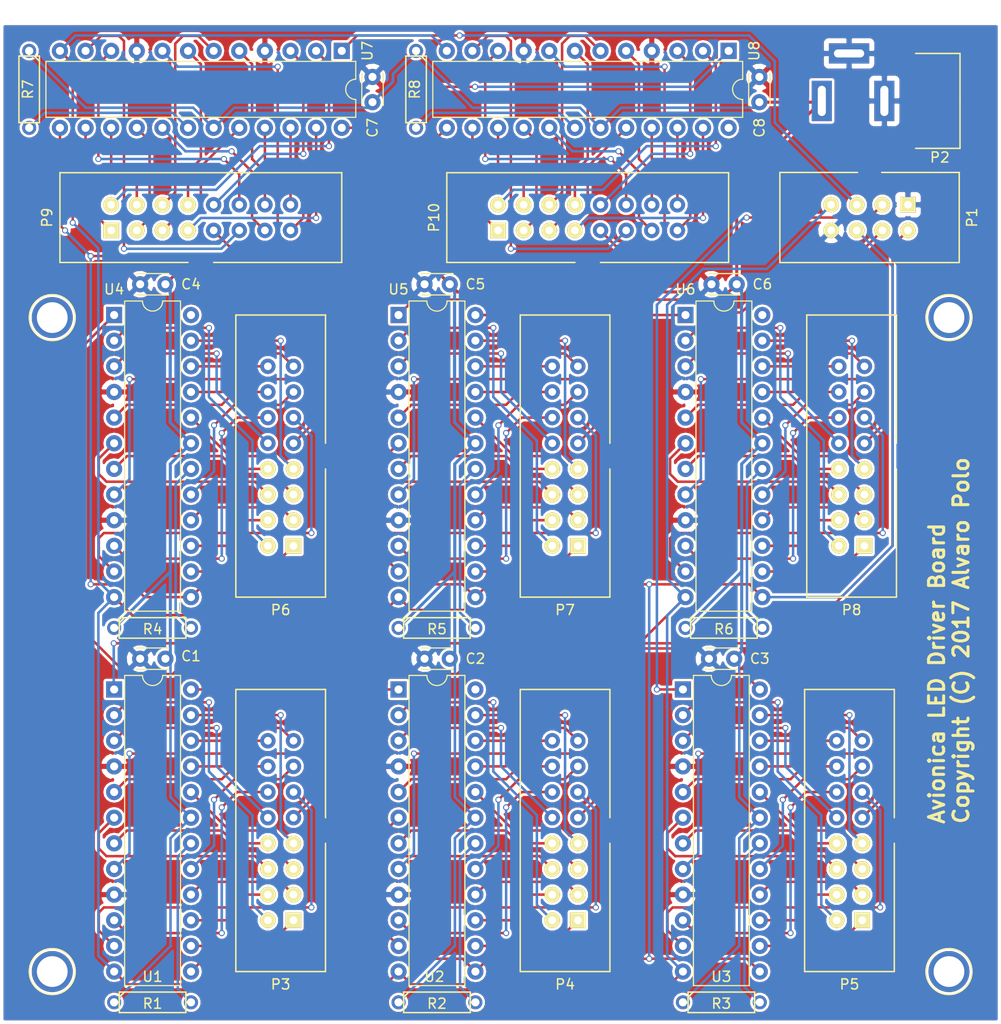
<source format=kicad_pcb>
(kicad_pcb (version 4) (host pcbnew 4.0.4-stable)
  (layers (0 F.Cu signal) (31 B.Cu signal) (34 B.Paste user hide) (35 F.Paste user hide) (36 B.SilkS user) (37 F.SilkS user) (38 B.Mask user) (39 F.Mask user) (44 Edge.Cuts user))
  (net 0 "")
  (net 1 VCC)
  (net 2 GND)
  (net 3 /LINE.A)
  (net 4 /LINE.B)
  (net 5 /LINE.C)
  (net 6 /LINE.D)
  (net 7 /CLOCK)
  (net 8 /LATCH)
  (net 9 /LINE-A/SEG1.A)
  (net 10 /LINE-A/DIG.1.0)
  (net 11 /LINE-A/SEG1.B)
  (net 12 /LINE-A/DIG.1.1)
  (net 13 /LINE-A/SEG1.C)
  (net 14 /LINE-A/DIG.1.2)
  (net 15 /LINE-A/SEG1.D)
  (net 16 /LINE-A/DIG.1.3)
  (net 17 /LINE-A/SEG1.E)
  (net 18 /LINE-A/DIG.1.4)
  (net 19 /LINE-A/SEG1.F)
  (net 20 /LINE-A/DIG.1.5)
  (net 21 /LINE-A/SEG1.G)
  (net 22 /LINE-A/DIG.1.6)
  (net 23 /LINE-A/SEG1.DP)
  (net 24 /LINE-A/DIG.1.7)
  (net 25 /LINE-A/SEG2.A)
  (net 26 /LINE-A/DIG.2.0)
  (net 27 /LINE-A/SEG2.B)
  (net 28 /LINE-A/DIG.2.1)
  (net 29 /LINE-A/SEG2.C)
  (net 30 /LINE-A/DIG.2.2)
  (net 31 /LINE-A/SEG2.D)
  (net 32 /LINE-A/DIG.2.3)
  (net 33 /LINE-A/SEG2.E)
  (net 34 /LINE-A/DIG.2.4)
  (net 35 /LINE-A/SEG2.F)
  (net 36 /LINE-A/DIG.2.5)
  (net 37 /LINE-A/SEG2.G)
  (net 38 /LINE-A/DIG.2.6)
  (net 39 /LINE-A/SEG2.DP)
  (net 40 /LINE-A/DIG.2.7)
  (net 41 /LINE-B/SEG1.A)
  (net 42 /LINE-B/DIG.1.0)
  (net 43 /LINE-B/SEG1.B)
  (net 44 /LINE-B/DIG.1.1)
  (net 45 /LINE-B/SEG1.C)
  (net 46 /LINE-B/DIG.1.2)
  (net 47 /LINE-B/SEG1.D)
  (net 48 /LINE-B/DIG.1.3)
  (net 49 /LINE-B/SEG1.E)
  (net 50 /LINE-B/DIG.1.4)
  (net 51 /LINE-B/SEG1.F)
  (net 52 /LINE-B/DIG.1.5)
  (net 53 /LINE-B/SEG1.G)
  (net 54 /LINE-B/DIG.1.6)
  (net 55 /LINE-B/SEG1.DP)
  (net 56 /LINE-B/DIG.1.7)
  (net 57 /LINE-B/SEG2.A)
  (net 58 /LINE-B/DIG.2.0)
  (net 59 /LINE-B/SEG2.B)
  (net 60 /LINE-B/DIG.2.1)
  (net 61 /LINE-B/SEG2.C)
  (net 62 /LINE-B/DIG.2.2)
  (net 63 /LINE-B/SEG2.D)
  (net 64 /LINE-B/DIG.2.3)
  (net 65 /LINE-B/SEG2.E)
  (net 66 /LINE-B/DIG.2.4)
  (net 67 /LINE-B/SEG2.F)
  (net 68 /LINE-B/DIG.2.5)
  (net 69 /LINE-B/SEG2.G)
  (net 70 /LINE-B/DIG.2.6)
  (net 71 /LINE-B/SEG2.DP)
  (net 72 /LINE-B/DIG.2.7)
  (net 73 /LINE-C/SEG1.A)
  (net 74 /LINE-C/DIG.1.0)
  (net 75 /LINE-C/SEG1.B)
  (net 76 /LINE-C/DIG.1.1)
  (net 77 /LINE-C/SEG1.C)
  (net 78 /LINE-C/DIG.1.2)
  (net 79 /LINE-C/SEG1.D)
  (net 80 /LINE-C/DIG.1.3)
  (net 81 /LINE-C/SEG1.E)
  (net 82 /LINE-C/DIG.1.4)
  (net 83 /LINE-C/SEG1.F)
  (net 84 /LINE-C/DIG.1.5)
  (net 85 /LINE-C/SEG1.G)
  (net 86 /LINE-C/DIG.1.6)
  (net 87 /LINE-C/SEG1.DP)
  (net 88 /LINE-C/DIG.1.7)
  (net 89 /LINE-C/SEG2.A)
  (net 90 /LINE-C/DIG.2.0)
  (net 91 /LINE-C/SEG2.B)
  (net 92 /LINE-C/DIG.2.1)
  (net 93 /LINE-C/SEG2.C)
  (net 94 /LINE-C/DIG.2.2)
  (net 95 /LINE-C/SEG2.D)
  (net 96 /LINE-C/DIG.2.3)
  (net 97 /LINE-C/SEG2.E)
  (net 98 /LINE-C/DIG.2.4)
  (net 99 /LINE-C/SEG2.F)
  (net 100 /LINE-C/DIG.2.5)
  (net 101 /LINE-C/SEG2.G)
  (net 102 /LINE-C/DIG.2.6)
  (net 103 /LINE-C/SEG2.DP)
  (net 104 /LINE-C/DIG.2.7)
  (net 105 /LINE-D/SEG1.A)
  (net 106 /LINE-D/DIG.1.0)
  (net 107 /LINE-D/SEG1.B)
  (net 108 /LINE-D/DIG.1.1)
  (net 109 /LINE-D/SEG1.C)
  (net 110 /LINE-D/DIG.1.2)
  (net 111 /LINE-D/SEG1.D)
  (net 112 /LINE-D/DIG.1.3)
  (net 113 /LINE-D/SEG1.E)
  (net 114 /LINE-D/DIG.1.4)
  (net 115 /LINE-D/SEG1.F)
  (net 116 /LINE-D/DIG.1.5)
  (net 117 /LINE-D/SEG1.G)
  (net 118 /LINE-D/DIG.1.6)
  (net 119 /LINE-D/SEG1.DP)
  (net 120 /LINE-D/DIG.1.7)
  (net 121 /LINE-D/SEG2.A)
  (net 122 /LINE-D/DIG.2.0)
  (net 123 /LINE-D/SEG2.B)
  (net 124 /LINE-D/DIG.2.1)
  (net 125 /LINE-D/SEG2.C)
  (net 126 /LINE-D/DIG.2.2)
  (net 127 /LINE-D/SEG2.D)
  (net 128 /LINE-D/DIG.2.3)
  (net 129 /LINE-D/SEG2.E)
  (net 130 /LINE-D/DIG.2.4)
  (net 131 /LINE-D/SEG2.F)
  (net 132 /LINE-D/DIG.2.5)
  (net 133 /LINE-D/SEG2.G)
  (net 134 /LINE-D/DIG.2.6)
  (net 135 /LINE-D/SEG2.DP)
  (net 136 /LINE-D/DIG.2.7)
  (net 137 "Net-(R1-Pad2)")
  (net 138 "Net-(R2-Pad2)")
  (net 139 "Net-(R3-Pad2)")
  (net 140 "Net-(R4-Pad2)")
  (net 141 "Net-(R5-Pad2)")
  (net 142 "Net-(R6-Pad2)")
  (net 143 "Net-(R7-Pad2)")
  (net 144 "Net-(R8-Pad2)")
  (net 145 "Net-(U1-Pad24)")
  (net 146 "Net-(U3-Pad24)")
  (net 147 "Net-(U5-Pad24)")
  (net 148 "Net-(U7-Pad24)")
  (module Connect:1pin (layer F.Cu) (at 185.42 68.58)
    (fp_text reference REF** hide)
    (fp_text value 1pin)
    (pad 1 thru_hole circle (at 0 0) (size 4.064 4.064) (drill 3.048) (layers *.Cu *.Mask))
  )
  (module Connect:1pin (layer F.Cu) (at 96.52 68.58)
    (fp_text reference REF** hide)
    (fp_text value 1pin)
    (pad 1 thru_hole circle (at 0 0) (size 4.064 4.064) (drill 3.048) (layers *.Cu *.Mask))
  )
  (module Connect:1pin (layer F.Cu) (at 185.42 133.35)
    (fp_text reference REF** hide)
    (fp_text value 1pin)
    (pad 1 thru_hole circle (at 0 0) (size 4.064 4.064) (drill 3.048) (layers *.Cu *.Mask))
  )
  (module Capacitors_ThroughHole:C_Disc_D3.0mm_W2.0mm_P2.50mm (layer F.Cu) (at 107.736 102.362 180)
    (fp_text reference C1 (at -2.54 0.254 180) (layer F.SilkS))
    (fp_text value C_Small hide)
    (pad 1 thru_hole circle (at 0 0 180) (size 1.6 1.6) (drill 0.8) (layers *.Cu *.Mask) (net 1 VCC))
    (pad 2 thru_hole circle (at 2.5 0 180) (size 1.6 1.6) (drill 0.8) (layers *.Cu *.Mask) (net 2 GND))
  )
  (module Capacitors_ThroughHole:C_Disc_D3.0mm_W2.0mm_P2.50mm (layer F.Cu) (at 135.93 102.362 180)
    (fp_text reference C2 (at -2.54 0 180) (layer F.SilkS))
    (fp_text value C_Small hide)
    (pad 1 thru_hole circle (at 0 0 180) (size 1.6 1.6) (drill 0.8) (layers *.Cu *.Mask) (net 1 VCC))
    (pad 2 thru_hole circle (at 2.5 0 180) (size 1.6 1.6) (drill 0.8) (layers *.Cu *.Mask) (net 2 GND))
  )
  (module Capacitors_ThroughHole:C_Disc_D3.0mm_W2.0mm_P2.50mm (layer F.Cu) (at 164.124 102.362 180)
    (fp_text reference C3 (at -2.54 0 180) (layer F.SilkS))
    (fp_text value C_Small hide)
    (pad 1 thru_hole circle (at 0 0 180) (size 1.6 1.6) (drill 0.8) (layers *.Cu *.Mask) (net 1 VCC))
    (pad 2 thru_hole circle (at 2.5 0 180) (size 1.6 1.6) (drill 0.8) (layers *.Cu *.Mask) (net 2 GND))
  )
  (module Capacitors_ThroughHole:C_Disc_D3.0mm_W2.0mm_P2.50mm (layer F.Cu) (at 107.736 65.278 180)
    (fp_text reference C4 (at -2.54 0 180) (layer F.SilkS))
    (fp_text value C_Small hide)
    (pad 1 thru_hole circle (at 0 0 180) (size 1.6 1.6) (drill 0.8) (layers *.Cu *.Mask) (net 1 VCC))
    (pad 2 thru_hole circle (at 2.5 0 180) (size 1.6 1.6) (drill 0.8) (layers *.Cu *.Mask) (net 2 GND))
  )
  (module Capacitors_ThroughHole:C_Disc_D3.0mm_W2.0mm_P2.50mm (layer F.Cu) (at 135.93 65.278 180)
    (fp_text reference C5 (at -2.54 0 180) (layer F.SilkS))
    (fp_text value C_Small hide)
    (pad 1 thru_hole circle (at 0 0 180) (size 1.6 1.6) (drill 0.8) (layers *.Cu *.Mask) (net 1 VCC))
    (pad 2 thru_hole circle (at 2.5 0 180) (size 1.6 1.6) (drill 0.8) (layers *.Cu *.Mask) (net 2 GND))
  )
  (module Capacitors_ThroughHole:C_Disc_D3.0mm_W2.0mm_P2.50mm (layer F.Cu) (at 164.378 65.278 180)
    (fp_text reference C6 (at -2.54 0 180) (layer F.SilkS))
    (fp_text value C_Small hide)
    (pad 1 thru_hole circle (at 0 0 180) (size 1.6 1.6) (drill 0.8) (layers *.Cu *.Mask) (net 1 VCC))
    (pad 2 thru_hole circle (at 2.5 0 180) (size 1.6 1.6) (drill 0.8) (layers *.Cu *.Mask) (net 2 GND))
  )
  (module Capacitors_ThroughHole:C_Disc_D3.0mm_W2.0mm_P2.50mm (layer F.Cu) (at 128.27 47.244 90)
    (fp_text reference C7 (at -2.54 0 90) (layer F.SilkS))
    (fp_text value C_Small hide)
    (pad 1 thru_hole circle (at 0 0 90) (size 1.6 1.6) (drill 0.8) (layers *.Cu *.Mask) (net 1 VCC))
    (pad 2 thru_hole circle (at 2.5 0 90) (size 1.6 1.6) (drill 0.8) (layers *.Cu *.Mask) (net 2 GND))
  )
  (module Capacitors_ThroughHole:C_Disc_D3.0mm_W2.0mm_P2.50mm (layer F.Cu) (at 166.624 47.244 90)
    (fp_text reference C8 (at -2.54 0 90) (layer F.SilkS))
    (fp_text value C_Small hide)
    (pad 1 thru_hole circle (at 0 0 90) (size 1.6 1.6) (drill 0.8) (layers *.Cu *.Mask) (net 1 VCC))
    (pad 2 thru_hole circle (at 2.5 0 90) (size 1.6 1.6) (drill 0.8) (layers *.Cu *.Mask) (net 2 GND))
  )
  (module avionica:idc-8p (layer F.Cu) (at 181.356 57.404 270)
    (fp_text reference P1 (at 1.27 -6.35 270) (layer F.SilkS))
    (fp_text value CONN_02X04)
    (pad 1 thru_hole rect (at 0 0 270) (size 1.524 1.524) (drill 0.762) (layers *.Cu *.Mask F.SilkS) (net 2 GND))
    (pad 2 thru_hole circle (at 2.54 0 270) (size 1.524 1.524) (drill 0.762) (layers *.Cu *.Mask F.SilkS) (net 3 /LINE.A))
    (pad 3 thru_hole circle (at 0 2.54 270) (size 1.524 1.524) (drill 0.762) (layers *.Cu *.Mask F.SilkS) (net 4 /LINE.B))
    (pad 4 thru_hole circle (at 2.54 2.54 270) (size 1.524 1.524) (drill 0.762) (layers *.Cu *.Mask F.SilkS) (net 5 /LINE.C))
    (pad 5 thru_hole circle (at 0 5.08 270) (size 1.524 1.524) (drill 0.762) (layers *.Cu *.Mask F.SilkS) (net 6 /LINE.D))
    (pad 6 thru_hole circle (at 2.54 5.08 270) (size 1.524 1.524) (drill 0.762) (layers *.Cu *.Mask F.SilkS) (net 7 /CLOCK))
    (pad 7 thru_hole circle (at 0 7.62 270) (size 1.524 1.524) (drill 0.762) (layers *.Cu *.Mask F.SilkS) (net 8 /LATCH))
    (pad 8 thru_hole circle (at 2.54 7.62 270) (size 1.524 1.524) (drill 0.762) (layers *.Cu *.Mask F.SilkS) (net 2 GND))
  )
  (module avionica:Jack_55_21 (layer F.Cu) (at 175.514 42.418 180)
    (fp_text reference P2 (at -9 -10.3 180) (layer F.SilkS))
    (fp_text value CONN_01X03)
    (pad 3 thru_hole rect (at -3.5 -4.7 180) (size 2 4) (drill oval 0.8 3) (layers *.Cu *.Mask) (net 2 GND))
    (pad 1 thru_hole rect (at 2.7 -4.7 180) (size 2 4) (drill oval 0.8 3) (layers *.Cu *.Mask) (net 1 VCC))
    (pad 2 thru_hole rect (at 0 0 180) (size 4 2) (drill oval 3 0.8) (layers *.Cu *.Mask) (net 2 GND))
  )
  (module avionica:idc-16p (layer F.Cu) (at 120.436 128.27 180)
    (fp_text reference P3 (at 1.27 -6.35 180) (layer F.SilkS))
    (fp_text value CONN_02X08)
    (pad 1 thru_hole rect (at 0 0 180) (size 1.524 1.524) (drill 0.762) (layers *.Cu *.Mask F.SilkS) (net 9 /LINE-A/SEG1.A))
    (pad 2 thru_hole circle (at 2.54 0 180) (size 1.524 1.524) (drill 0.762) (layers *.Cu *.Mask F.SilkS) (net 10 /LINE-A/DIG.1.0))
    (pad 3 thru_hole circle (at 0 2.54 180) (size 1.524 1.524) (drill 0.762) (layers *.Cu *.Mask F.SilkS) (net 11 /LINE-A/SEG1.B))
    (pad 4 thru_hole circle (at 2.54 2.54 180) (size 1.524 1.524) (drill 0.762) (layers *.Cu *.Mask F.SilkS) (net 12 /LINE-A/DIG.1.1))
    (pad 5 thru_hole circle (at 0 5.08 180) (size 1.524 1.524) (drill 0.762) (layers *.Cu *.Mask F.SilkS) (net 13 /LINE-A/SEG1.C))
    (pad 6 thru_hole circle (at 2.54 5.08 180) (size 1.524 1.524) (drill 0.762) (layers *.Cu *.Mask F.SilkS) (net 14 /LINE-A/DIG.1.2))
    (pad 7 thru_hole circle (at 0 7.62 180) (size 1.524 1.524) (drill 0.762) (layers *.Cu *.Mask F.SilkS) (net 15 /LINE-A/SEG1.D))
    (pad 8 thru_hole circle (at 2.54 7.62 180) (size 1.524 1.524) (drill 0.762) (layers *.Cu *.Mask F.SilkS) (net 16 /LINE-A/DIG.1.3))
    (pad 9 thru_hole circle (at 0 10.16 180) (size 1.524 1.524) (drill 0.762) (layers *.Cu *.Mask) (net 17 /LINE-A/SEG1.E))
    (pad 10 thru_hole circle (at 2.54 10.16 180) (size 1.524 1.524) (drill 0.762) (layers *.Cu *.Mask) (net 18 /LINE-A/DIG.1.4))
    (pad 11 thru_hole circle (at 0 12.7 180) (size 1.524 1.524) (drill 0.762) (layers *.Cu *.Mask) (net 19 /LINE-A/SEG1.F))
    (pad 12 thru_hole circle (at 2.54 12.7 180) (size 1.524 1.524) (drill 0.762) (layers *.Cu *.Mask) (net 20 /LINE-A/DIG.1.5))
    (pad 13 thru_hole circle (at 0 15.24 180) (size 1.524 1.524) (drill 0.762) (layers *.Cu *.Mask) (net 21 /LINE-A/SEG1.G))
    (pad 14 thru_hole circle (at 2.54 15.24 180) (size 1.524 1.524) (drill 0.762) (layers *.Cu *.Mask) (net 22 /LINE-A/DIG.1.6))
    (pad 15 thru_hole circle (at 0 17.78 180) (size 1.524 1.524) (drill 0.762) (layers *.Cu *.Mask) (net 23 /LINE-A/SEG1.DP))
    (pad 16 thru_hole circle (at 2.54 17.78 180) (size 1.524 1.524) (drill 0.762) (layers *.Cu *.Mask) (net 24 /LINE-A/DIG.1.7))
  )
  (module avionica:idc-16p (layer F.Cu) (at 148.63 128.27 180)
    (fp_text reference P4 (at 1.27 -6.35 180) (layer F.SilkS))
    (fp_text value CONN_02X08)
    (pad 1 thru_hole rect (at 0 0 180) (size 1.524 1.524) (drill 0.762) (layers *.Cu *.Mask F.SilkS) (net 25 /LINE-A/SEG2.A))
    (pad 2 thru_hole circle (at 2.54 0 180) (size 1.524 1.524) (drill 0.762) (layers *.Cu *.Mask F.SilkS) (net 26 /LINE-A/DIG.2.0))
    (pad 3 thru_hole circle (at 0 2.54 180) (size 1.524 1.524) (drill 0.762) (layers *.Cu *.Mask F.SilkS) (net 27 /LINE-A/SEG2.B))
    (pad 4 thru_hole circle (at 2.54 2.54 180) (size 1.524 1.524) (drill 0.762) (layers *.Cu *.Mask F.SilkS) (net 28 /LINE-A/DIG.2.1))
    (pad 5 thru_hole circle (at 0 5.08 180) (size 1.524 1.524) (drill 0.762) (layers *.Cu *.Mask F.SilkS) (net 29 /LINE-A/SEG2.C))
    (pad 6 thru_hole circle (at 2.54 5.08 180) (size 1.524 1.524) (drill 0.762) (layers *.Cu *.Mask F.SilkS) (net 30 /LINE-A/DIG.2.2))
    (pad 7 thru_hole circle (at 0 7.62 180) (size 1.524 1.524) (drill 0.762) (layers *.Cu *.Mask F.SilkS) (net 31 /LINE-A/SEG2.D))
    (pad 8 thru_hole circle (at 2.54 7.62 180) (size 1.524 1.524) (drill 0.762) (layers *.Cu *.Mask F.SilkS) (net 32 /LINE-A/DIG.2.3))
    (pad 9 thru_hole circle (at 0 10.16 180) (size 1.524 1.524) (drill 0.762) (layers *.Cu *.Mask) (net 33 /LINE-A/SEG2.E))
    (pad 10 thru_hole circle (at 2.54 10.16 180) (size 1.524 1.524) (drill 0.762) (layers *.Cu *.Mask) (net 34 /LINE-A/DIG.2.4))
    (pad 11 thru_hole circle (at 0 12.7 180) (size 1.524 1.524) (drill 0.762) (layers *.Cu *.Mask) (net 35 /LINE-A/SEG2.F))
    (pad 12 thru_hole circle (at 2.54 12.7 180) (size 1.524 1.524) (drill 0.762) (layers *.Cu *.Mask) (net 36 /LINE-A/DIG.2.5))
    (pad 13 thru_hole circle (at 0 15.24 180) (size 1.524 1.524) (drill 0.762) (layers *.Cu *.Mask) (net 37 /LINE-A/SEG2.G))
    (pad 14 thru_hole circle (at 2.54 15.24 180) (size 1.524 1.524) (drill 0.762) (layers *.Cu *.Mask) (net 38 /LINE-A/DIG.2.6))
    (pad 15 thru_hole circle (at 0 17.78 180) (size 1.524 1.524) (drill 0.762) (layers *.Cu *.Mask) (net 39 /LINE-A/SEG2.DP))
    (pad 16 thru_hole circle (at 2.54 17.78 180) (size 1.524 1.524) (drill 0.762) (layers *.Cu *.Mask) (net 40 /LINE-A/DIG.2.7))
  )
  (module avionica:idc-16p (layer F.Cu) (at 176.824 128.27 180)
    (fp_text reference P5 (at 1.27 -6.35 180) (layer F.SilkS))
    (fp_text value CONN_02X08)
    (pad 1 thru_hole rect (at 0 0 180) (size 1.524 1.524) (drill 0.762) (layers *.Cu *.Mask F.SilkS) (net 41 /LINE-B/SEG1.A))
    (pad 2 thru_hole circle (at 2.54 0 180) (size 1.524 1.524) (drill 0.762) (layers *.Cu *.Mask F.SilkS) (net 42 /LINE-B/DIG.1.0))
    (pad 3 thru_hole circle (at 0 2.54 180) (size 1.524 1.524) (drill 0.762) (layers *.Cu *.Mask F.SilkS) (net 43 /LINE-B/SEG1.B))
    (pad 4 thru_hole circle (at 2.54 2.54 180) (size 1.524 1.524) (drill 0.762) (layers *.Cu *.Mask F.SilkS) (net 44 /LINE-B/DIG.1.1))
    (pad 5 thru_hole circle (at 0 5.08 180) (size 1.524 1.524) (drill 0.762) (layers *.Cu *.Mask F.SilkS) (net 45 /LINE-B/SEG1.C))
    (pad 6 thru_hole circle (at 2.54 5.08 180) (size 1.524 1.524) (drill 0.762) (layers *.Cu *.Mask F.SilkS) (net 46 /LINE-B/DIG.1.2))
    (pad 7 thru_hole circle (at 0 7.62 180) (size 1.524 1.524) (drill 0.762) (layers *.Cu *.Mask F.SilkS) (net 47 /LINE-B/SEG1.D))
    (pad 8 thru_hole circle (at 2.54 7.62 180) (size 1.524 1.524) (drill 0.762) (layers *.Cu *.Mask F.SilkS) (net 48 /LINE-B/DIG.1.3))
    (pad 9 thru_hole circle (at 0 10.16 180) (size 1.524 1.524) (drill 0.762) (layers *.Cu *.Mask) (net 49 /LINE-B/SEG1.E))
    (pad 10 thru_hole circle (at 2.54 10.16 180) (size 1.524 1.524) (drill 0.762) (layers *.Cu *.Mask) (net 50 /LINE-B/DIG.1.4))
    (pad 11 thru_hole circle (at 0 12.7 180) (size 1.524 1.524) (drill 0.762) (layers *.Cu *.Mask) (net 51 /LINE-B/SEG1.F))
    (pad 12 thru_hole circle (at 2.54 12.7 180) (size 1.524 1.524) (drill 0.762) (layers *.Cu *.Mask) (net 52 /LINE-B/DIG.1.5))
    (pad 13 thru_hole circle (at 0 15.24 180) (size 1.524 1.524) (drill 0.762) (layers *.Cu *.Mask) (net 53 /LINE-B/SEG1.G))
    (pad 14 thru_hole circle (at 2.54 15.24 180) (size 1.524 1.524) (drill 0.762) (layers *.Cu *.Mask) (net 54 /LINE-B/DIG.1.6))
    (pad 15 thru_hole circle (at 0 17.78 180) (size 1.524 1.524) (drill 0.762) (layers *.Cu *.Mask) (net 55 /LINE-B/SEG1.DP))
    (pad 16 thru_hole circle (at 2.54 17.78 180) (size 1.524 1.524) (drill 0.762) (layers *.Cu *.Mask) (net 56 /LINE-B/DIG.1.7))
  )
  (module avionica:idc-16p (layer F.Cu) (at 120.436 91.186 180)
    (fp_text reference P6 (at 1.27 -6.35 180) (layer F.SilkS))
    (fp_text value CONN_02X08)
    (pad 1 thru_hole rect (at 0 0 180) (size 1.524 1.524) (drill 0.762) (layers *.Cu *.Mask F.SilkS) (net 57 /LINE-B/SEG2.A))
    (pad 2 thru_hole circle (at 2.54 0 180) (size 1.524 1.524) (drill 0.762) (layers *.Cu *.Mask F.SilkS) (net 58 /LINE-B/DIG.2.0))
    (pad 3 thru_hole circle (at 0 2.54 180) (size 1.524 1.524) (drill 0.762) (layers *.Cu *.Mask F.SilkS) (net 59 /LINE-B/SEG2.B))
    (pad 4 thru_hole circle (at 2.54 2.54 180) (size 1.524 1.524) (drill 0.762) (layers *.Cu *.Mask F.SilkS) (net 60 /LINE-B/DIG.2.1))
    (pad 5 thru_hole circle (at 0 5.08 180) (size 1.524 1.524) (drill 0.762) (layers *.Cu *.Mask F.SilkS) (net 61 /LINE-B/SEG2.C))
    (pad 6 thru_hole circle (at 2.54 5.08 180) (size 1.524 1.524) (drill 0.762) (layers *.Cu *.Mask F.SilkS) (net 62 /LINE-B/DIG.2.2))
    (pad 7 thru_hole circle (at 0 7.62 180) (size 1.524 1.524) (drill 0.762) (layers *.Cu *.Mask F.SilkS) (net 63 /LINE-B/SEG2.D))
    (pad 8 thru_hole circle (at 2.54 7.62 180) (size 1.524 1.524) (drill 0.762) (layers *.Cu *.Mask F.SilkS) (net 64 /LINE-B/DIG.2.3))
    (pad 9 thru_hole circle (at 0 10.16 180) (size 1.524 1.524) (drill 0.762) (layers *.Cu *.Mask) (net 65 /LINE-B/SEG2.E))
    (pad 10 thru_hole circle (at 2.54 10.16 180) (size 1.524 1.524) (drill 0.762) (layers *.Cu *.Mask) (net 66 /LINE-B/DIG.2.4))
    (pad 11 thru_hole circle (at 0 12.7 180) (size 1.524 1.524) (drill 0.762) (layers *.Cu *.Mask) (net 67 /LINE-B/SEG2.F))
    (pad 12 thru_hole circle (at 2.54 12.7 180) (size 1.524 1.524) (drill 0.762) (layers *.Cu *.Mask) (net 68 /LINE-B/DIG.2.5))
    (pad 13 thru_hole circle (at 0 15.24 180) (size 1.524 1.524) (drill 0.762) (layers *.Cu *.Mask) (net 69 /LINE-B/SEG2.G))
    (pad 14 thru_hole circle (at 2.54 15.24 180) (size 1.524 1.524) (drill 0.762) (layers *.Cu *.Mask) (net 70 /LINE-B/DIG.2.6))
    (pad 15 thru_hole circle (at 0 17.78 180) (size 1.524 1.524) (drill 0.762) (layers *.Cu *.Mask) (net 71 /LINE-B/SEG2.DP))
    (pad 16 thru_hole circle (at 2.54 17.78 180) (size 1.524 1.524) (drill 0.762) (layers *.Cu *.Mask) (net 72 /LINE-B/DIG.2.7))
  )
  (module avionica:idc-16p (layer F.Cu) (at 148.63 91.186 180)
    (fp_text reference P7 (at 1.27 -6.35 180) (layer F.SilkS))
    (fp_text value CONN_02X08)
    (pad 1 thru_hole rect (at 0 0 180) (size 1.524 1.524) (drill 0.762) (layers *.Cu *.Mask F.SilkS) (net 73 /LINE-C/SEG1.A))
    (pad 2 thru_hole circle (at 2.54 0 180) (size 1.524 1.524) (drill 0.762) (layers *.Cu *.Mask F.SilkS) (net 74 /LINE-C/DIG.1.0))
    (pad 3 thru_hole circle (at 0 2.54 180) (size 1.524 1.524) (drill 0.762) (layers *.Cu *.Mask F.SilkS) (net 75 /LINE-C/SEG1.B))
    (pad 4 thru_hole circle (at 2.54 2.54 180) (size 1.524 1.524) (drill 0.762) (layers *.Cu *.Mask F.SilkS) (net 76 /LINE-C/DIG.1.1))
    (pad 5 thru_hole circle (at 0 5.08 180) (size 1.524 1.524) (drill 0.762) (layers *.Cu *.Mask F.SilkS) (net 77 /LINE-C/SEG1.C))
    (pad 6 thru_hole circle (at 2.54 5.08 180) (size 1.524 1.524) (drill 0.762) (layers *.Cu *.Mask F.SilkS) (net 78 /LINE-C/DIG.1.2))
    (pad 7 thru_hole circle (at 0 7.62 180) (size 1.524 1.524) (drill 0.762) (layers *.Cu *.Mask F.SilkS) (net 79 /LINE-C/SEG1.D))
    (pad 8 thru_hole circle (at 2.54 7.62 180) (size 1.524 1.524) (drill 0.762) (layers *.Cu *.Mask F.SilkS) (net 80 /LINE-C/DIG.1.3))
    (pad 9 thru_hole circle (at 0 10.16 180) (size 1.524 1.524) (drill 0.762) (layers *.Cu *.Mask) (net 81 /LINE-C/SEG1.E))
    (pad 10 thru_hole circle (at 2.54 10.16 180) (size 1.524 1.524) (drill 0.762) (layers *.Cu *.Mask) (net 82 /LINE-C/DIG.1.4))
    (pad 11 thru_hole circle (at 0 12.7 180) (size 1.524 1.524) (drill 0.762) (layers *.Cu *.Mask) (net 83 /LINE-C/SEG1.F))
    (pad 12 thru_hole circle (at 2.54 12.7 180) (size 1.524 1.524) (drill 0.762) (layers *.Cu *.Mask) (net 84 /LINE-C/DIG.1.5))
    (pad 13 thru_hole circle (at 0 15.24 180) (size 1.524 1.524) (drill 0.762) (layers *.Cu *.Mask) (net 85 /LINE-C/SEG1.G))
    (pad 14 thru_hole circle (at 2.54 15.24 180) (size 1.524 1.524) (drill 0.762) (layers *.Cu *.Mask) (net 86 /LINE-C/DIG.1.6))
    (pad 15 thru_hole circle (at 0 17.78 180) (size 1.524 1.524) (drill 0.762) (layers *.Cu *.Mask) (net 87 /LINE-C/SEG1.DP))
    (pad 16 thru_hole circle (at 2.54 17.78 180) (size 1.524 1.524) (drill 0.762) (layers *.Cu *.Mask) (net 88 /LINE-C/DIG.1.7))
  )
  (module avionica:idc-16p (layer F.Cu) (at 177.038 91.186 180)
    (fp_text reference P8 (at 1.27 -6.35 180) (layer F.SilkS))
    (fp_text value CONN_02X08)
    (pad 1 thru_hole rect (at 0 0 180) (size 1.524 1.524) (drill 0.762) (layers *.Cu *.Mask F.SilkS) (net 89 /LINE-C/SEG2.A))
    (pad 2 thru_hole circle (at 2.54 0 180) (size 1.524 1.524) (drill 0.762) (layers *.Cu *.Mask F.SilkS) (net 90 /LINE-C/DIG.2.0))
    (pad 3 thru_hole circle (at 0 2.54 180) (size 1.524 1.524) (drill 0.762) (layers *.Cu *.Mask F.SilkS) (net 91 /LINE-C/SEG2.B))
    (pad 4 thru_hole circle (at 2.54 2.54 180) (size 1.524 1.524) (drill 0.762) (layers *.Cu *.Mask F.SilkS) (net 92 /LINE-C/DIG.2.1))
    (pad 5 thru_hole circle (at 0 5.08 180) (size 1.524 1.524) (drill 0.762) (layers *.Cu *.Mask F.SilkS) (net 93 /LINE-C/SEG2.C))
    (pad 6 thru_hole circle (at 2.54 5.08 180) (size 1.524 1.524) (drill 0.762) (layers *.Cu *.Mask F.SilkS) (net 94 /LINE-C/DIG.2.2))
    (pad 7 thru_hole circle (at 0 7.62 180) (size 1.524 1.524) (drill 0.762) (layers *.Cu *.Mask F.SilkS) (net 95 /LINE-C/SEG2.D))
    (pad 8 thru_hole circle (at 2.54 7.62 180) (size 1.524 1.524) (drill 0.762) (layers *.Cu *.Mask F.SilkS) (net 96 /LINE-C/DIG.2.3))
    (pad 9 thru_hole circle (at 0 10.16 180) (size 1.524 1.524) (drill 0.762) (layers *.Cu *.Mask) (net 97 /LINE-C/SEG2.E))
    (pad 10 thru_hole circle (at 2.54 10.16 180) (size 1.524 1.524) (drill 0.762) (layers *.Cu *.Mask) (net 98 /LINE-C/DIG.2.4))
    (pad 11 thru_hole circle (at 0 12.7 180) (size 1.524 1.524) (drill 0.762) (layers *.Cu *.Mask) (net 99 /LINE-C/SEG2.F))
    (pad 12 thru_hole circle (at 2.54 12.7 180) (size 1.524 1.524) (drill 0.762) (layers *.Cu *.Mask) (net 100 /LINE-C/DIG.2.5))
    (pad 13 thru_hole circle (at 0 15.24 180) (size 1.524 1.524) (drill 0.762) (layers *.Cu *.Mask) (net 101 /LINE-C/SEG2.G))
    (pad 14 thru_hole circle (at 2.54 15.24 180) (size 1.524 1.524) (drill 0.762) (layers *.Cu *.Mask) (net 102 /LINE-C/DIG.2.6))
    (pad 15 thru_hole circle (at 0 17.78 180) (size 1.524 1.524) (drill 0.762) (layers *.Cu *.Mask) (net 103 /LINE-C/SEG2.DP))
    (pad 16 thru_hole circle (at 2.54 17.78 180) (size 1.524 1.524) (drill 0.762) (layers *.Cu *.Mask) (net 104 /LINE-C/DIG.2.7))
  )
  (module avionica:idc-16p (layer F.Cu) (at 102.362 59.944 90)
    (fp_text reference P9 (at 1.27 -6.35 90) (layer F.SilkS))
    (fp_text value CONN_02X08)
    (pad 1 thru_hole rect (at 0 0 90) (size 1.524 1.524) (drill 0.762) (layers *.Cu *.Mask F.SilkS) (net 105 /LINE-D/SEG1.A))
    (pad 2 thru_hole circle (at 2.54 0 90) (size 1.524 1.524) (drill 0.762) (layers *.Cu *.Mask F.SilkS) (net 106 /LINE-D/DIG.1.0))
    (pad 3 thru_hole circle (at 0 2.54 90) (size 1.524 1.524) (drill 0.762) (layers *.Cu *.Mask F.SilkS) (net 107 /LINE-D/SEG1.B))
    (pad 4 thru_hole circle (at 2.54 2.54 90) (size 1.524 1.524) (drill 0.762) (layers *.Cu *.Mask F.SilkS) (net 108 /LINE-D/DIG.1.1))
    (pad 5 thru_hole circle (at 0 5.08 90) (size 1.524 1.524) (drill 0.762) (layers *.Cu *.Mask F.SilkS) (net 109 /LINE-D/SEG1.C))
    (pad 6 thru_hole circle (at 2.54 5.08 90) (size 1.524 1.524) (drill 0.762) (layers *.Cu *.Mask F.SilkS) (net 110 /LINE-D/DIG.1.2))
    (pad 7 thru_hole circle (at 0 7.62 90) (size 1.524 1.524) (drill 0.762) (layers *.Cu *.Mask F.SilkS) (net 111 /LINE-D/SEG1.D))
    (pad 8 thru_hole circle (at 2.54 7.62 90) (size 1.524 1.524) (drill 0.762) (layers *.Cu *.Mask F.SilkS) (net 112 /LINE-D/DIG.1.3))
    (pad 9 thru_hole circle (at 0 10.16 90) (size 1.524 1.524) (drill 0.762) (layers *.Cu *.Mask) (net 113 /LINE-D/SEG1.E))
    (pad 10 thru_hole circle (at 2.54 10.16 90) (size 1.524 1.524) (drill 0.762) (layers *.Cu *.Mask) (net 114 /LINE-D/DIG.1.4))
    (pad 11 thru_hole circle (at 0 12.7 90) (size 1.524 1.524) (drill 0.762) (layers *.Cu *.Mask) (net 115 /LINE-D/SEG1.F))
    (pad 12 thru_hole circle (at 2.54 12.7 90) (size 1.524 1.524) (drill 0.762) (layers *.Cu *.Mask) (net 116 /LINE-D/DIG.1.5))
    (pad 13 thru_hole circle (at 0 15.24 90) (size 1.524 1.524) (drill 0.762) (layers *.Cu *.Mask) (net 117 /LINE-D/SEG1.G))
    (pad 14 thru_hole circle (at 2.54 15.24 90) (size 1.524 1.524) (drill 0.762) (layers *.Cu *.Mask) (net 118 /LINE-D/DIG.1.6))
    (pad 15 thru_hole circle (at 0 17.78 90) (size 1.524 1.524) (drill 0.762) (layers *.Cu *.Mask) (net 119 /LINE-D/SEG1.DP))
    (pad 16 thru_hole circle (at 2.54 17.78 90) (size 1.524 1.524) (drill 0.762) (layers *.Cu *.Mask) (net 120 /LINE-D/DIG.1.7))
  )
  (module avionica:idc-16p (layer F.Cu) (at 140.716 59.944 90)
    (fp_text reference P10 (at 1.27 -6.35 90) (layer F.SilkS))
    (fp_text value CONN_02X08)
    (pad 1 thru_hole rect (at 0 0 90) (size 1.524 1.524) (drill 0.762) (layers *.Cu *.Mask F.SilkS) (net 121 /LINE-D/SEG2.A))
    (pad 2 thru_hole circle (at 2.54 0 90) (size 1.524 1.524) (drill 0.762) (layers *.Cu *.Mask F.SilkS) (net 122 /LINE-D/DIG.2.0))
    (pad 3 thru_hole circle (at 0 2.54 90) (size 1.524 1.524) (drill 0.762) (layers *.Cu *.Mask F.SilkS) (net 123 /LINE-D/SEG2.B))
    (pad 4 thru_hole circle (at 2.54 2.54 90) (size 1.524 1.524) (drill 0.762) (layers *.Cu *.Mask F.SilkS) (net 124 /LINE-D/DIG.2.1))
    (pad 5 thru_hole circle (at 0 5.08 90) (size 1.524 1.524) (drill 0.762) (layers *.Cu *.Mask F.SilkS) (net 125 /LINE-D/SEG2.C))
    (pad 6 thru_hole circle (at 2.54 5.08 90) (size 1.524 1.524) (drill 0.762) (layers *.Cu *.Mask F.SilkS) (net 126 /LINE-D/DIG.2.2))
    (pad 7 thru_hole circle (at 0 7.62 90) (size 1.524 1.524) (drill 0.762) (layers *.Cu *.Mask F.SilkS) (net 127 /LINE-D/SEG2.D))
    (pad 8 thru_hole circle (at 2.54 7.62 90) (size 1.524 1.524) (drill 0.762) (layers *.Cu *.Mask F.SilkS) (net 128 /LINE-D/DIG.2.3))
    (pad 9 thru_hole circle (at 0 10.16 90) (size 1.524 1.524) (drill 0.762) (layers *.Cu *.Mask) (net 129 /LINE-D/SEG2.E))
    (pad 10 thru_hole circle (at 2.54 10.16 90) (size 1.524 1.524) (drill 0.762) (layers *.Cu *.Mask) (net 130 /LINE-D/DIG.2.4))
    (pad 11 thru_hole circle (at 0 12.7 90) (size 1.524 1.524) (drill 0.762) (layers *.Cu *.Mask) (net 131 /LINE-D/SEG2.F))
    (pad 12 thru_hole circle (at 2.54 12.7 90) (size 1.524 1.524) (drill 0.762) (layers *.Cu *.Mask) (net 132 /LINE-D/DIG.2.5))
    (pad 13 thru_hole circle (at 0 15.24 90) (size 1.524 1.524) (drill 0.762) (layers *.Cu *.Mask) (net 133 /LINE-D/SEG2.G))
    (pad 14 thru_hole circle (at 2.54 15.24 90) (size 1.524 1.524) (drill 0.762) (layers *.Cu *.Mask) (net 134 /LINE-D/DIG.2.6))
    (pad 15 thru_hole circle (at 0 17.78 90) (size 1.524 1.524) (drill 0.762) (layers *.Cu *.Mask) (net 135 /LINE-D/SEG2.DP))
    (pad 16 thru_hole circle (at 2.54 17.78 90) (size 1.524 1.524) (drill 0.762) (layers *.Cu *.Mask) (net 136 /LINE-D/DIG.2.7))
  )
  (module Discret:R3 (layer F.Cu) (at 106.466 136.398)
    (fp_text reference R1 (at 0 0.127) (layer F.SilkS))
    (fp_text value R)
    (pad 1 thru_hole circle (at -3.81 0) (size 1.397 1.397) (drill 0.8128) (layers *.Cu *.Mask) (net 1 VCC))
    (pad 2 thru_hole circle (at 3.81 0) (size 1.397 1.397) (drill 0.8128) (layers *.Cu *.Mask) (net 137 "Net-(R1-Pad2)"))
  )
  (module Discret:R3 (layer F.Cu) (at 134.66 136.398)
    (fp_text reference R2 (at 0 0.127) (layer F.SilkS))
    (fp_text value R)
    (pad 1 thru_hole circle (at -3.81 0) (size 1.397 1.397) (drill 0.8128) (layers *.Cu *.Mask) (net 1 VCC))
    (pad 2 thru_hole circle (at 3.81 0) (size 1.397 1.397) (drill 0.8128) (layers *.Cu *.Mask) (net 138 "Net-(R2-Pad2)"))
  )
  (module Discret:R3 (layer F.Cu) (at 162.854 136.398)
    (fp_text reference R3 (at 0 0.127) (layer F.SilkS))
    (fp_text value R)
    (pad 1 thru_hole circle (at -3.81 0) (size 1.397 1.397) (drill 0.8128) (layers *.Cu *.Mask) (net 1 VCC))
    (pad 2 thru_hole circle (at 3.81 0) (size 1.397 1.397) (drill 0.8128) (layers *.Cu *.Mask) (net 139 "Net-(R3-Pad2)"))
  )
  (module Discret:R3 (layer F.Cu) (at 106.466 99.314)
    (fp_text reference R4 (at 0 0.127) (layer F.SilkS))
    (fp_text value R)
    (pad 1 thru_hole circle (at -3.81 0) (size 1.397 1.397) (drill 0.8128) (layers *.Cu *.Mask) (net 1 VCC))
    (pad 2 thru_hole circle (at 3.81 0) (size 1.397 1.397) (drill 0.8128) (layers *.Cu *.Mask) (net 140 "Net-(R4-Pad2)"))
  )
  (module Discret:R3 (layer F.Cu) (at 134.66 99.314)
    (fp_text reference R5 (at 0 0.127) (layer F.SilkS))
    (fp_text value R)
    (pad 1 thru_hole circle (at -3.81 0) (size 1.397 1.397) (drill 0.8128) (layers *.Cu *.Mask) (net 1 VCC))
    (pad 2 thru_hole circle (at 3.81 0) (size 1.397 1.397) (drill 0.8128) (layers *.Cu *.Mask) (net 141 "Net-(R5-Pad2)"))
  )
  (module Discret:R3 (layer F.Cu) (at 163.108 99.314)
    (fp_text reference R6 (at 0 0.127) (layer F.SilkS))
    (fp_text value R)
    (pad 1 thru_hole circle (at -3.81 0) (size 1.397 1.397) (drill 0.8128) (layers *.Cu *.Mask) (net 1 VCC))
    (pad 2 thru_hole circle (at 3.81 0) (size 1.397 1.397) (drill 0.8128) (layers *.Cu *.Mask) (net 142 "Net-(R6-Pad2)"))
  )
  (module Discret:R3 (layer F.Cu) (at 94.234 45.974 270)
    (fp_text reference R7 (at 0 0.127 270) (layer F.SilkS))
    (fp_text value R)
    (pad 1 thru_hole circle (at -3.81 0 270) (size 1.397 1.397) (drill 0.8128) (layers *.Cu *.Mask) (net 1 VCC))
    (pad 2 thru_hole circle (at 3.81 0 270) (size 1.397 1.397) (drill 0.8128) (layers *.Cu *.Mask) (net 143 "Net-(R7-Pad2)"))
  )
  (module Discret:R3 (layer F.Cu) (at 132.588 45.974 270)
    (fp_text reference R8 (at 0 0.127 270) (layer F.SilkS))
    (fp_text value R)
    (pad 1 thru_hole circle (at -3.81 0 270) (size 1.397 1.397) (drill 0.8128) (layers *.Cu *.Mask) (net 1 VCC))
    (pad 2 thru_hole circle (at 3.81 0 270) (size 1.397 1.397) (drill 0.8128) (layers *.Cu *.Mask) (net 144 "Net-(R8-Pad2)"))
  )
  (module Housings_DIP:DIP-24_W7.62mm (layer F.Cu) (at 102.656 105.41)
    (fp_text reference U1 (at 3.81 28.448) (layer F.SilkS))
    (fp_text value MAX7219)
    (pad 1 thru_hole rect (at 0 0) (size 1.6 1.6) (drill 0.8) (layers *.Cu *.Mask) (net 3 /LINE.A))
    (pad 13 thru_hole oval (at 7.62 27.94) (size 1.6 1.6) (drill 0.8) (layers *.Cu *.Mask) (net 7 /CLOCK))
    (pad 2 thru_hole oval (at 0 2.54) (size 1.6 1.6) (drill 0.8) (layers *.Cu *.Mask) (net 10 /LINE-A/DIG.1.0))
    (pad 14 thru_hole oval (at 7.62 25.4) (size 1.6 1.6) (drill 0.8) (layers *.Cu *.Mask) (net 9 /LINE-A/SEG1.A))
    (pad 3 thru_hole oval (at 0 5.08) (size 1.6 1.6) (drill 0.8) (layers *.Cu *.Mask) (net 18 /LINE-A/DIG.1.4))
    (pad 15 thru_hole oval (at 7.62 22.86) (size 1.6 1.6) (drill 0.8) (layers *.Cu *.Mask) (net 19 /LINE-A/SEG1.F))
    (pad 4 thru_hole oval (at 0 7.62) (size 1.6 1.6) (drill 0.8) (layers *.Cu *.Mask) (net 2 GND))
    (pad 16 thru_hole oval (at 7.62 20.32) (size 1.6 1.6) (drill 0.8) (layers *.Cu *.Mask) (net 11 /LINE-A/SEG1.B))
    (pad 5 thru_hole oval (at 0 10.16) (size 1.6 1.6) (drill 0.8) (layers *.Cu *.Mask) (net 22 /LINE-A/DIG.1.6))
    (pad 17 thru_hole oval (at 7.62 17.78) (size 1.6 1.6) (drill 0.8) (layers *.Cu *.Mask) (net 21 /LINE-A/SEG1.G))
    (pad 6 thru_hole oval (at 0 12.7) (size 1.6 1.6) (drill 0.8) (layers *.Cu *.Mask) (net 14 /LINE-A/DIG.1.2))
    (pad 18 thru_hole oval (at 7.62 15.24) (size 1.6 1.6) (drill 0.8) (layers *.Cu *.Mask) (net 137 "Net-(R1-Pad2)"))
    (pad 7 thru_hole oval (at 0 15.24) (size 1.6 1.6) (drill 0.8) (layers *.Cu *.Mask) (net 16 /LINE-A/DIG.1.3))
    (pad 19 thru_hole oval (at 7.62 12.7) (size 1.6 1.6) (drill 0.8) (layers *.Cu *.Mask) (net 1 VCC))
    (pad 8 thru_hole oval (at 0 17.78) (size 1.6 1.6) (drill 0.8) (layers *.Cu *.Mask) (net 24 /LINE-A/DIG.1.7))
    (pad 20 thru_hole oval (at 7.62 10.16) (size 1.6 1.6) (drill 0.8) (layers *.Cu *.Mask) (net 13 /LINE-A/SEG1.C))
    (pad 9 thru_hole oval (at 0 20.32) (size 1.6 1.6) (drill 0.8) (layers *.Cu *.Mask) (net 2 GND))
    (pad 21 thru_hole oval (at 7.62 7.62) (size 1.6 1.6) (drill 0.8) (layers *.Cu *.Mask) (net 17 /LINE-A/SEG1.E))
    (pad 10 thru_hole oval (at 0 22.86) (size 1.6 1.6) (drill 0.8) (layers *.Cu *.Mask) (net 20 /LINE-A/DIG.1.5))
    (pad 22 thru_hole oval (at 7.62 5.08) (size 1.6 1.6) (drill 0.8) (layers *.Cu *.Mask) (net 23 /LINE-A/SEG1.DP))
    (pad 11 thru_hole oval (at 0 25.4) (size 1.6 1.6) (drill 0.8) (layers *.Cu *.Mask) (net 12 /LINE-A/DIG.1.1))
    (pad 23 thru_hole oval (at 7.62 2.54) (size 1.6 1.6) (drill 0.8) (layers *.Cu *.Mask) (net 15 /LINE-A/SEG1.D))
    (pad 12 thru_hole oval (at 0 27.94) (size 1.6 1.6) (drill 0.8) (layers *.Cu *.Mask) (net 8 /LATCH))
    (pad 24 thru_hole oval (at 7.62 0) (size 1.6 1.6) (drill 0.8) (layers *.Cu *.Mask) (net 145 "Net-(U1-Pad24)"))
  )
  (module Housings_DIP:DIP-24_W7.62mm (layer F.Cu) (at 130.85 105.41)
    (fp_text reference U2 (at 3.556 28.448) (layer F.SilkS))
    (fp_text value MAX7219)
    (pad 1 thru_hole rect (at 0 0) (size 1.6 1.6) (drill 0.8) (layers *.Cu *.Mask) (net 145 "Net-(U1-Pad24)"))
    (pad 13 thru_hole oval (at 7.62 27.94) (size 1.6 1.6) (drill 0.8) (layers *.Cu *.Mask) (net 7 /CLOCK))
    (pad 2 thru_hole oval (at 0 2.54) (size 1.6 1.6) (drill 0.8) (layers *.Cu *.Mask) (net 26 /LINE-A/DIG.2.0))
    (pad 14 thru_hole oval (at 7.62 25.4) (size 1.6 1.6) (drill 0.8) (layers *.Cu *.Mask) (net 25 /LINE-A/SEG2.A))
    (pad 3 thru_hole oval (at 0 5.08) (size 1.6 1.6) (drill 0.8) (layers *.Cu *.Mask) (net 34 /LINE-A/DIG.2.4))
    (pad 15 thru_hole oval (at 7.62 22.86) (size 1.6 1.6) (drill 0.8) (layers *.Cu *.Mask) (net 35 /LINE-A/SEG2.F))
    (pad 4 thru_hole oval (at 0 7.62) (size 1.6 1.6) (drill 0.8) (layers *.Cu *.Mask) (net 2 GND))
    (pad 16 thru_hole oval (at 7.62 20.32) (size 1.6 1.6) (drill 0.8) (layers *.Cu *.Mask) (net 27 /LINE-A/SEG2.B))
    (pad 5 thru_hole oval (at 0 10.16) (size 1.6 1.6) (drill 0.8) (layers *.Cu *.Mask) (net 38 /LINE-A/DIG.2.6))
    (pad 17 thru_hole oval (at 7.62 17.78) (size 1.6 1.6) (drill 0.8) (layers *.Cu *.Mask) (net 37 /LINE-A/SEG2.G))
    (pad 6 thru_hole oval (at 0 12.7) (size 1.6 1.6) (drill 0.8) (layers *.Cu *.Mask) (net 30 /LINE-A/DIG.2.2))
    (pad 18 thru_hole oval (at 7.62 15.24) (size 1.6 1.6) (drill 0.8) (layers *.Cu *.Mask) (net 138 "Net-(R2-Pad2)"))
    (pad 7 thru_hole oval (at 0 15.24) (size 1.6 1.6) (drill 0.8) (layers *.Cu *.Mask) (net 32 /LINE-A/DIG.2.3))
    (pad 19 thru_hole oval (at 7.62 12.7) (size 1.6 1.6) (drill 0.8) (layers *.Cu *.Mask) (net 1 VCC))
    (pad 8 thru_hole oval (at 0 17.78) (size 1.6 1.6) (drill 0.8) (layers *.Cu *.Mask) (net 40 /LINE-A/DIG.2.7))
    (pad 20 thru_hole oval (at 7.62 10.16) (size 1.6 1.6) (drill 0.8) (layers *.Cu *.Mask) (net 29 /LINE-A/SEG2.C))
    (pad 9 thru_hole oval (at 0 20.32) (size 1.6 1.6) (drill 0.8) (layers *.Cu *.Mask) (net 2 GND))
    (pad 21 thru_hole oval (at 7.62 7.62) (size 1.6 1.6) (drill 0.8) (layers *.Cu *.Mask) (net 33 /LINE-A/SEG2.E))
    (pad 10 thru_hole oval (at 0 22.86) (size 1.6 1.6) (drill 0.8) (layers *.Cu *.Mask) (net 36 /LINE-A/DIG.2.5))
    (pad 22 thru_hole oval (at 7.62 5.08) (size 1.6 1.6) (drill 0.8) (layers *.Cu *.Mask) (net 39 /LINE-A/SEG2.DP))
    (pad 11 thru_hole oval (at 0 25.4) (size 1.6 1.6) (drill 0.8) (layers *.Cu *.Mask) (net 28 /LINE-A/DIG.2.1))
    (pad 23 thru_hole oval (at 7.62 2.54) (size 1.6 1.6) (drill 0.8) (layers *.Cu *.Mask) (net 31 /LINE-A/SEG2.D))
    (pad 12 thru_hole oval (at 0 27.94) (size 1.6 1.6) (drill 0.8) (layers *.Cu *.Mask) (net 8 /LATCH))
    (pad 24 thru_hole oval (at 7.62 0) (size 1.6 1.6) (drill 0.8) (layers *.Cu *.Mask))
  )
  (module Housings_DIP:DIP-24_W7.62mm (layer F.Cu) (at 159.044 105.41)
    (fp_text reference U3 (at 3.81 28.448) (layer F.SilkS))
    (fp_text value MAX7219)
    (pad 1 thru_hole rect (at 0 0) (size 1.6 1.6) (drill 0.8) (layers *.Cu *.Mask) (net 4 /LINE.B))
    (pad 13 thru_hole oval (at 7.62 27.94) (size 1.6 1.6) (drill 0.8) (layers *.Cu *.Mask) (net 7 /CLOCK))
    (pad 2 thru_hole oval (at 0 2.54) (size 1.6 1.6) (drill 0.8) (layers *.Cu *.Mask) (net 42 /LINE-B/DIG.1.0))
    (pad 14 thru_hole oval (at 7.62 25.4) (size 1.6 1.6) (drill 0.8) (layers *.Cu *.Mask) (net 41 /LINE-B/SEG1.A))
    (pad 3 thru_hole oval (at 0 5.08) (size 1.6 1.6) (drill 0.8) (layers *.Cu *.Mask) (net 50 /LINE-B/DIG.1.4))
    (pad 15 thru_hole oval (at 7.62 22.86) (size 1.6 1.6) (drill 0.8) (layers *.Cu *.Mask) (net 51 /LINE-B/SEG1.F))
    (pad 4 thru_hole oval (at 0 7.62) (size 1.6 1.6) (drill 0.8) (layers *.Cu *.Mask) (net 2 GND))
    (pad 16 thru_hole oval (at 7.62 20.32) (size 1.6 1.6) (drill 0.8) (layers *.Cu *.Mask) (net 43 /LINE-B/SEG1.B))
    (pad 5 thru_hole oval (at 0 10.16) (size 1.6 1.6) (drill 0.8) (layers *.Cu *.Mask) (net 54 /LINE-B/DIG.1.6))
    (pad 17 thru_hole oval (at 7.62 17.78) (size 1.6 1.6) (drill 0.8) (layers *.Cu *.Mask) (net 53 /LINE-B/SEG1.G))
    (pad 6 thru_hole oval (at 0 12.7) (size 1.6 1.6) (drill 0.8) (layers *.Cu *.Mask) (net 46 /LINE-B/DIG.1.2))
    (pad 18 thru_hole oval (at 7.62 15.24) (size 1.6 1.6) (drill 0.8) (layers *.Cu *.Mask) (net 139 "Net-(R3-Pad2)"))
    (pad 7 thru_hole oval (at 0 15.24) (size 1.6 1.6) (drill 0.8) (layers *.Cu *.Mask) (net 48 /LINE-B/DIG.1.3))
    (pad 19 thru_hole oval (at 7.62 12.7) (size 1.6 1.6) (drill 0.8) (layers *.Cu *.Mask) (net 1 VCC))
    (pad 8 thru_hole oval (at 0 17.78) (size 1.6 1.6) (drill 0.8) (layers *.Cu *.Mask) (net 56 /LINE-B/DIG.1.7))
    (pad 20 thru_hole oval (at 7.62 10.16) (size 1.6 1.6) (drill 0.8) (layers *.Cu *.Mask) (net 45 /LINE-B/SEG1.C))
    (pad 9 thru_hole oval (at 0 20.32) (size 1.6 1.6) (drill 0.8) (layers *.Cu *.Mask) (net 2 GND))
    (pad 21 thru_hole oval (at 7.62 7.62) (size 1.6 1.6) (drill 0.8) (layers *.Cu *.Mask) (net 49 /LINE-B/SEG1.E))
    (pad 10 thru_hole oval (at 0 22.86) (size 1.6 1.6) (drill 0.8) (layers *.Cu *.Mask) (net 52 /LINE-B/DIG.1.5))
    (pad 22 thru_hole oval (at 7.62 5.08) (size 1.6 1.6) (drill 0.8) (layers *.Cu *.Mask) (net 55 /LINE-B/SEG1.DP))
    (pad 11 thru_hole oval (at 0 25.4) (size 1.6 1.6) (drill 0.8) (layers *.Cu *.Mask) (net 44 /LINE-B/DIG.1.1))
    (pad 23 thru_hole oval (at 7.62 2.54) (size 1.6 1.6) (drill 0.8) (layers *.Cu *.Mask) (net 47 /LINE-B/SEG1.D))
    (pad 12 thru_hole oval (at 0 27.94) (size 1.6 1.6) (drill 0.8) (layers *.Cu *.Mask) (net 8 /LATCH))
    (pad 24 thru_hole oval (at 7.62 0) (size 1.6 1.6) (drill 0.8) (layers *.Cu *.Mask) (net 146 "Net-(U3-Pad24)"))
  )
  (module Housings_DIP:DIP-24_W7.62mm (layer F.Cu) (at 102.656 68.326)
    (fp_text reference U4 (at 0 -2.54) (layer F.SilkS))
    (fp_text value MAX7219)
    (pad 1 thru_hole rect (at 0 0) (size 1.6 1.6) (drill 0.8) (layers *.Cu *.Mask) (net 146 "Net-(U3-Pad24)"))
    (pad 13 thru_hole oval (at 7.62 27.94) (size 1.6 1.6) (drill 0.8) (layers *.Cu *.Mask) (net 7 /CLOCK))
    (pad 2 thru_hole oval (at 0 2.54) (size 1.6 1.6) (drill 0.8) (layers *.Cu *.Mask) (net 58 /LINE-B/DIG.2.0))
    (pad 14 thru_hole oval (at 7.62 25.4) (size 1.6 1.6) (drill 0.8) (layers *.Cu *.Mask) (net 57 /LINE-B/SEG2.A))
    (pad 3 thru_hole oval (at 0 5.08) (size 1.6 1.6) (drill 0.8) (layers *.Cu *.Mask) (net 66 /LINE-B/DIG.2.4))
    (pad 15 thru_hole oval (at 7.62 22.86) (size 1.6 1.6) (drill 0.8) (layers *.Cu *.Mask) (net 67 /LINE-B/SEG2.F))
    (pad 4 thru_hole oval (at 0 7.62) (size 1.6 1.6) (drill 0.8) (layers *.Cu *.Mask) (net 2 GND))
    (pad 16 thru_hole oval (at 7.62 20.32) (size 1.6 1.6) (drill 0.8) (layers *.Cu *.Mask) (net 59 /LINE-B/SEG2.B))
    (pad 5 thru_hole oval (at 0 10.16) (size 1.6 1.6) (drill 0.8) (layers *.Cu *.Mask) (net 70 /LINE-B/DIG.2.6))
    (pad 17 thru_hole oval (at 7.62 17.78) (size 1.6 1.6) (drill 0.8) (layers *.Cu *.Mask) (net 69 /LINE-B/SEG2.G))
    (pad 6 thru_hole oval (at 0 12.7) (size 1.6 1.6) (drill 0.8) (layers *.Cu *.Mask) (net 62 /LINE-B/DIG.2.2))
    (pad 18 thru_hole oval (at 7.62 15.24) (size 1.6 1.6) (drill 0.8) (layers *.Cu *.Mask) (net 140 "Net-(R4-Pad2)"))
    (pad 7 thru_hole oval (at 0 15.24) (size 1.6 1.6) (drill 0.8) (layers *.Cu *.Mask) (net 64 /LINE-B/DIG.2.3))
    (pad 19 thru_hole oval (at 7.62 12.7) (size 1.6 1.6) (drill 0.8) (layers *.Cu *.Mask) (net 1 VCC))
    (pad 8 thru_hole oval (at 0 17.78) (size 1.6 1.6) (drill 0.8) (layers *.Cu *.Mask) (net 72 /LINE-B/DIG.2.7))
    (pad 20 thru_hole oval (at 7.62 10.16) (size 1.6 1.6) (drill 0.8) (layers *.Cu *.Mask) (net 61 /LINE-B/SEG2.C))
    (pad 9 thru_hole oval (at 0 20.32) (size 1.6 1.6) (drill 0.8) (layers *.Cu *.Mask) (net 2 GND))
    (pad 21 thru_hole oval (at 7.62 7.62) (size 1.6 1.6) (drill 0.8) (layers *.Cu *.Mask) (net 65 /LINE-B/SEG2.E))
    (pad 10 thru_hole oval (at 0 22.86) (size 1.6 1.6) (drill 0.8) (layers *.Cu *.Mask) (net 68 /LINE-B/DIG.2.5))
    (pad 22 thru_hole oval (at 7.62 5.08) (size 1.6 1.6) (drill 0.8) (layers *.Cu *.Mask) (net 71 /LINE-B/SEG2.DP))
    (pad 11 thru_hole oval (at 0 25.4) (size 1.6 1.6) (drill 0.8) (layers *.Cu *.Mask) (net 60 /LINE-B/DIG.2.1))
    (pad 23 thru_hole oval (at 7.62 2.54) (size 1.6 1.6) (drill 0.8) (layers *.Cu *.Mask) (net 63 /LINE-B/SEG2.D))
    (pad 12 thru_hole oval (at 0 27.94) (size 1.6 1.6) (drill 0.8) (layers *.Cu *.Mask) (net 8 /LATCH))
    (pad 24 thru_hole oval (at 7.62 0) (size 1.6 1.6) (drill 0.8) (layers *.Cu *.Mask))
  )
  (module Housings_DIP:DIP-24_W7.62mm (layer F.Cu) (at 130.85 68.326)
    (fp_text reference U5 (at 0 -2.54) (layer F.SilkS))
    (fp_text value MAX7219)
    (pad 1 thru_hole rect (at 0 0) (size 1.6 1.6) (drill 0.8) (layers *.Cu *.Mask) (net 5 /LINE.C))
    (pad 13 thru_hole oval (at 7.62 27.94) (size 1.6 1.6) (drill 0.8) (layers *.Cu *.Mask) (net 7 /CLOCK))
    (pad 2 thru_hole oval (at 0 2.54) (size 1.6 1.6) (drill 0.8) (layers *.Cu *.Mask) (net 74 /LINE-C/DIG.1.0))
    (pad 14 thru_hole oval (at 7.62 25.4) (size 1.6 1.6) (drill 0.8) (layers *.Cu *.Mask) (net 73 /LINE-C/SEG1.A))
    (pad 3 thru_hole oval (at 0 5.08) (size 1.6 1.6) (drill 0.8) (layers *.Cu *.Mask) (net 82 /LINE-C/DIG.1.4))
    (pad 15 thru_hole oval (at 7.62 22.86) (size 1.6 1.6) (drill 0.8) (layers *.Cu *.Mask) (net 83 /LINE-C/SEG1.F))
    (pad 4 thru_hole oval (at 0 7.62) (size 1.6 1.6) (drill 0.8) (layers *.Cu *.Mask) (net 2 GND))
    (pad 16 thru_hole oval (at 7.62 20.32) (size 1.6 1.6) (drill 0.8) (layers *.Cu *.Mask) (net 75 /LINE-C/SEG1.B))
    (pad 5 thru_hole oval (at 0 10.16) (size 1.6 1.6) (drill 0.8) (layers *.Cu *.Mask) (net 86 /LINE-C/DIG.1.6))
    (pad 17 thru_hole oval (at 7.62 17.78) (size 1.6 1.6) (drill 0.8) (layers *.Cu *.Mask) (net 85 /LINE-C/SEG1.G))
    (pad 6 thru_hole oval (at 0 12.7) (size 1.6 1.6) (drill 0.8) (layers *.Cu *.Mask) (net 78 /LINE-C/DIG.1.2))
    (pad 18 thru_hole oval (at 7.62 15.24) (size 1.6 1.6) (drill 0.8) (layers *.Cu *.Mask) (net 141 "Net-(R5-Pad2)"))
    (pad 7 thru_hole oval (at 0 15.24) (size 1.6 1.6) (drill 0.8) (layers *.Cu *.Mask) (net 80 /LINE-C/DIG.1.3))
    (pad 19 thru_hole oval (at 7.62 12.7) (size 1.6 1.6) (drill 0.8) (layers *.Cu *.Mask) (net 1 VCC))
    (pad 8 thru_hole oval (at 0 17.78) (size 1.6 1.6) (drill 0.8) (layers *.Cu *.Mask) (net 88 /LINE-C/DIG.1.7))
    (pad 20 thru_hole oval (at 7.62 10.16) (size 1.6 1.6) (drill 0.8) (layers *.Cu *.Mask) (net 77 /LINE-C/SEG1.C))
    (pad 9 thru_hole oval (at 0 20.32) (size 1.6 1.6) (drill 0.8) (layers *.Cu *.Mask) (net 2 GND))
    (pad 21 thru_hole oval (at 7.62 7.62) (size 1.6 1.6) (drill 0.8) (layers *.Cu *.Mask) (net 81 /LINE-C/SEG1.E))
    (pad 10 thru_hole oval (at 0 22.86) (size 1.6 1.6) (drill 0.8) (layers *.Cu *.Mask) (net 84 /LINE-C/DIG.1.5))
    (pad 22 thru_hole oval (at 7.62 5.08) (size 1.6 1.6) (drill 0.8) (layers *.Cu *.Mask) (net 87 /LINE-C/SEG1.DP))
    (pad 11 thru_hole oval (at 0 25.4) (size 1.6 1.6) (drill 0.8) (layers *.Cu *.Mask) (net 76 /LINE-C/DIG.1.1))
    (pad 23 thru_hole oval (at 7.62 2.54) (size 1.6 1.6) (drill 0.8) (layers *.Cu *.Mask) (net 79 /LINE-C/SEG1.D))
    (pad 12 thru_hole oval (at 0 27.94) (size 1.6 1.6) (drill 0.8) (layers *.Cu *.Mask) (net 8 /LATCH))
    (pad 24 thru_hole oval (at 7.62 0) (size 1.6 1.6) (drill 0.8) (layers *.Cu *.Mask) (net 147 "Net-(U5-Pad24)"))
  )
  (module Housings_DIP:DIP-24_W7.62mm (layer F.Cu) (at 159.298 68.326)
    (fp_text reference U6 (at 0 -2.54) (layer F.SilkS))
    (fp_text value MAX7219)
    (pad 1 thru_hole rect (at 0 0) (size 1.6 1.6) (drill 0.8) (layers *.Cu *.Mask) (net 147 "Net-(U5-Pad24)"))
    (pad 13 thru_hole oval (at 7.62 27.94) (size 1.6 1.6) (drill 0.8) (layers *.Cu *.Mask) (net 7 /CLOCK))
    (pad 2 thru_hole oval (at 0 2.54) (size 1.6 1.6) (drill 0.8) (layers *.Cu *.Mask) (net 90 /LINE-C/DIG.2.0))
    (pad 14 thru_hole oval (at 7.62 25.4) (size 1.6 1.6) (drill 0.8) (layers *.Cu *.Mask) (net 89 /LINE-C/SEG2.A))
    (pad 3 thru_hole oval (at 0 5.08) (size 1.6 1.6) (drill 0.8) (layers *.Cu *.Mask) (net 98 /LINE-C/DIG.2.4))
    (pad 15 thru_hole oval (at 7.62 22.86) (size 1.6 1.6) (drill 0.8) (layers *.Cu *.Mask) (net 99 /LINE-C/SEG2.F))
    (pad 4 thru_hole oval (at 0 7.62) (size 1.6 1.6) (drill 0.8) (layers *.Cu *.Mask) (net 2 GND))
    (pad 16 thru_hole oval (at 7.62 20.32) (size 1.6 1.6) (drill 0.8) (layers *.Cu *.Mask) (net 91 /LINE-C/SEG2.B))
    (pad 5 thru_hole oval (at 0 10.16) (size 1.6 1.6) (drill 0.8) (layers *.Cu *.Mask) (net 102 /LINE-C/DIG.2.6))
    (pad 17 thru_hole oval (at 7.62 17.78) (size 1.6 1.6) (drill 0.8) (layers *.Cu *.Mask) (net 101 /LINE-C/SEG2.G))
    (pad 6 thru_hole oval (at 0 12.7) (size 1.6 1.6) (drill 0.8) (layers *.Cu *.Mask) (net 94 /LINE-C/DIG.2.2))
    (pad 18 thru_hole oval (at 7.62 15.24) (size 1.6 1.6) (drill 0.8) (layers *.Cu *.Mask) (net 142 "Net-(R6-Pad2)"))
    (pad 7 thru_hole oval (at 0 15.24) (size 1.6 1.6) (drill 0.8) (layers *.Cu *.Mask) (net 96 /LINE-C/DIG.2.3))
    (pad 19 thru_hole oval (at 7.62 12.7) (size 1.6 1.6) (drill 0.8) (layers *.Cu *.Mask) (net 1 VCC))
    (pad 8 thru_hole oval (at 0 17.78) (size 1.6 1.6) (drill 0.8) (layers *.Cu *.Mask) (net 104 /LINE-C/DIG.2.7))
    (pad 20 thru_hole oval (at 7.62 10.16) (size 1.6 1.6) (drill 0.8) (layers *.Cu *.Mask) (net 93 /LINE-C/SEG2.C))
    (pad 9 thru_hole oval (at 0 20.32) (size 1.6 1.6) (drill 0.8) (layers *.Cu *.Mask) (net 2 GND))
    (pad 21 thru_hole oval (at 7.62 7.62) (size 1.6 1.6) (drill 0.8) (layers *.Cu *.Mask) (net 97 /LINE-C/SEG2.E))
    (pad 10 thru_hole oval (at 0 22.86) (size 1.6 1.6) (drill 0.8) (layers *.Cu *.Mask) (net 100 /LINE-C/DIG.2.5))
    (pad 22 thru_hole oval (at 7.62 5.08) (size 1.6 1.6) (drill 0.8) (layers *.Cu *.Mask) (net 103 /LINE-C/SEG2.DP))
    (pad 11 thru_hole oval (at 0 25.4) (size 1.6 1.6) (drill 0.8) (layers *.Cu *.Mask) (net 92 /LINE-C/DIG.2.1))
    (pad 23 thru_hole oval (at 7.62 2.54) (size 1.6 1.6) (drill 0.8) (layers *.Cu *.Mask) (net 95 /LINE-C/SEG2.D))
    (pad 12 thru_hole oval (at 0 27.94) (size 1.6 1.6) (drill 0.8) (layers *.Cu *.Mask) (net 8 /LATCH))
    (pad 24 thru_hole oval (at 7.62 0) (size 1.6 1.6) (drill 0.8) (layers *.Cu *.Mask))
  )
  (module Housings_DIP:DIP-24_W7.62mm (layer F.Cu) (at 125.222 42.164 270)
    (fp_text reference U7 (at 0 -2.54 270) (layer F.SilkS))
    (fp_text value MAX7219)
    (pad 1 thru_hole rect (at 0 0 270) (size 1.6 1.6) (drill 0.8) (layers *.Cu *.Mask) (net 6 /LINE.D))
    (pad 13 thru_hole oval (at 7.62 27.94 270) (size 1.6 1.6) (drill 0.8) (layers *.Cu *.Mask) (net 7 /CLOCK))
    (pad 2 thru_hole oval (at 0 2.54 270) (size 1.6 1.6) (drill 0.8) (layers *.Cu *.Mask) (net 106 /LINE-D/DIG.1.0))
    (pad 14 thru_hole oval (at 7.62 25.4 270) (size 1.6 1.6) (drill 0.8) (layers *.Cu *.Mask) (net 105 /LINE-D/SEG1.A))
    (pad 3 thru_hole oval (at 0 5.08 270) (size 1.6 1.6) (drill 0.8) (layers *.Cu *.Mask) (net 114 /LINE-D/DIG.1.4))
    (pad 15 thru_hole oval (at 7.62 22.86 270) (size 1.6 1.6) (drill 0.8) (layers *.Cu *.Mask) (net 115 /LINE-D/SEG1.F))
    (pad 4 thru_hole oval (at 0 7.62 270) (size 1.6 1.6) (drill 0.8) (layers *.Cu *.Mask) (net 2 GND))
    (pad 16 thru_hole oval (at 7.62 20.32 270) (size 1.6 1.6) (drill 0.8) (layers *.Cu *.Mask) (net 107 /LINE-D/SEG1.B))
    (pad 5 thru_hole oval (at 0 10.16 270) (size 1.6 1.6) (drill 0.8) (layers *.Cu *.Mask) (net 118 /LINE-D/DIG.1.6))
    (pad 17 thru_hole oval (at 7.62 17.78 270) (size 1.6 1.6) (drill 0.8) (layers *.Cu *.Mask) (net 117 /LINE-D/SEG1.G))
    (pad 6 thru_hole oval (at 0 12.7 270) (size 1.6 1.6) (drill 0.8) (layers *.Cu *.Mask) (net 110 /LINE-D/DIG.1.2))
    (pad 18 thru_hole oval (at 7.62 15.24 270) (size 1.6 1.6) (drill 0.8) (layers *.Cu *.Mask) (net 143 "Net-(R7-Pad2)"))
    (pad 7 thru_hole oval (at 0 15.24 270) (size 1.6 1.6) (drill 0.8) (layers *.Cu *.Mask) (net 112 /LINE-D/DIG.1.3))
    (pad 19 thru_hole oval (at 7.62 12.7 270) (size 1.6 1.6) (drill 0.8) (layers *.Cu *.Mask) (net 1 VCC))
    (pad 8 thru_hole oval (at 0 17.78 270) (size 1.6 1.6) (drill 0.8) (layers *.Cu *.Mask) (net 120 /LINE-D/DIG.1.7))
    (pad 20 thru_hole oval (at 7.62 10.16 270) (size 1.6 1.6) (drill 0.8) (layers *.Cu *.Mask) (net 109 /LINE-D/SEG1.C))
    (pad 9 thru_hole oval (at 0 20.32 270) (size 1.6 1.6) (drill 0.8) (layers *.Cu *.Mask) (net 2 GND))
    (pad 21 thru_hole oval (at 7.62 7.62 270) (size 1.6 1.6) (drill 0.8) (layers *.Cu *.Mask) (net 113 /LINE-D/SEG1.E))
    (pad 10 thru_hole oval (at 0 22.86 270) (size 1.6 1.6) (drill 0.8) (layers *.Cu *.Mask) (net 116 /LINE-D/DIG.1.5))
    (pad 22 thru_hole oval (at 7.62 5.08 270) (size 1.6 1.6) (drill 0.8) (layers *.Cu *.Mask) (net 119 /LINE-D/SEG1.DP))
    (pad 11 thru_hole oval (at 0 25.4 270) (size 1.6 1.6) (drill 0.8) (layers *.Cu *.Mask) (net 108 /LINE-D/DIG.1.1))
    (pad 23 thru_hole oval (at 7.62 2.54 270) (size 1.6 1.6) (drill 0.8) (layers *.Cu *.Mask) (net 111 /LINE-D/SEG1.D))
    (pad 12 thru_hole oval (at 0 27.94 270) (size 1.6 1.6) (drill 0.8) (layers *.Cu *.Mask) (net 8 /LATCH))
    (pad 24 thru_hole oval (at 7.62 0 270) (size 1.6 1.6) (drill 0.8) (layers *.Cu *.Mask) (net 148 "Net-(U7-Pad24)"))
  )
  (module Housings_DIP:DIP-24_W7.62mm (layer F.Cu) (at 163.576 42.164 270)
    (fp_text reference U8 (at 0 -2.54 270) (layer F.SilkS))
    (fp_text value MAX7219)
    (pad 1 thru_hole rect (at 0 0 270) (size 1.6 1.6) (drill 0.8) (layers *.Cu *.Mask) (net 148 "Net-(U7-Pad24)"))
    (pad 13 thru_hole oval (at 7.62 27.94 270) (size 1.6 1.6) (drill 0.8) (layers *.Cu *.Mask) (net 7 /CLOCK))
    (pad 2 thru_hole oval (at 0 2.54 270) (size 1.6 1.6) (drill 0.8) (layers *.Cu *.Mask) (net 122 /LINE-D/DIG.2.0))
    (pad 14 thru_hole oval (at 7.62 25.4 270) (size 1.6 1.6) (drill 0.8) (layers *.Cu *.Mask) (net 121 /LINE-D/SEG2.A))
    (pad 3 thru_hole oval (at 0 5.08 270) (size 1.6 1.6) (drill 0.8) (layers *.Cu *.Mask) (net 130 /LINE-D/DIG.2.4))
    (pad 15 thru_hole oval (at 7.62 22.86 270) (size 1.6 1.6) (drill 0.8) (layers *.Cu *.Mask) (net 131 /LINE-D/SEG2.F))
    (pad 4 thru_hole oval (at 0 7.62 270) (size 1.6 1.6) (drill 0.8) (layers *.Cu *.Mask) (net 2 GND))
    (pad 16 thru_hole oval (at 7.62 20.32 270) (size 1.6 1.6) (drill 0.8) (layers *.Cu *.Mask) (net 123 /LINE-D/SEG2.B))
    (pad 5 thru_hole oval (at 0 10.16 270) (size 1.6 1.6) (drill 0.8) (layers *.Cu *.Mask) (net 134 /LINE-D/DIG.2.6))
    (pad 17 thru_hole oval (at 7.62 17.78 270) (size 1.6 1.6) (drill 0.8) (layers *.Cu *.Mask) (net 133 /LINE-D/SEG2.G))
    (pad 6 thru_hole oval (at 0 12.7 270) (size 1.6 1.6) (drill 0.8) (layers *.Cu *.Mask) (net 126 /LINE-D/DIG.2.2))
    (pad 18 thru_hole oval (at 7.62 15.24 270) (size 1.6 1.6) (drill 0.8) (layers *.Cu *.Mask) (net 144 "Net-(R8-Pad2)"))
    (pad 7 thru_hole oval (at 0 15.24 270) (size 1.6 1.6) (drill 0.8) (layers *.Cu *.Mask) (net 128 /LINE-D/DIG.2.3))
    (pad 19 thru_hole oval (at 7.62 12.7 270) (size 1.6 1.6) (drill 0.8) (layers *.Cu *.Mask) (net 1 VCC))
    (pad 8 thru_hole oval (at 0 17.78 270) (size 1.6 1.6) (drill 0.8) (layers *.Cu *.Mask) (net 136 /LINE-D/DIG.2.7))
    (pad 20 thru_hole oval (at 7.62 10.16 270) (size 1.6 1.6) (drill 0.8) (layers *.Cu *.Mask) (net 125 /LINE-D/SEG2.C))
    (pad 9 thru_hole oval (at 0 20.32 270) (size 1.6 1.6) (drill 0.8) (layers *.Cu *.Mask) (net 2 GND))
    (pad 21 thru_hole oval (at 7.62 7.62 270) (size 1.6 1.6) (drill 0.8) (layers *.Cu *.Mask) (net 129 /LINE-D/SEG2.E))
    (pad 10 thru_hole oval (at 0 22.86 270) (size 1.6 1.6) (drill 0.8) (layers *.Cu *.Mask) (net 132 /LINE-D/DIG.2.5))
    (pad 22 thru_hole oval (at 7.62 5.08 270) (size 1.6 1.6) (drill 0.8) (layers *.Cu *.Mask) (net 135 /LINE-D/SEG2.DP))
    (pad 11 thru_hole oval (at 0 25.4 270) (size 1.6 1.6) (drill 0.8) (layers *.Cu *.Mask) (net 124 /LINE-D/DIG.2.1))
    (pad 23 thru_hole oval (at 7.62 2.54 270) (size 1.6 1.6) (drill 0.8) (layers *.Cu *.Mask) (net 127 /LINE-D/SEG2.D))
    (pad 12 thru_hole oval (at 0 27.94 270) (size 1.6 1.6) (drill 0.8) (layers *.Cu *.Mask) (net 8 /LATCH))
    (pad 24 thru_hole oval (at 7.62 0 270) (size 1.6 1.6) (drill 0.8) (layers *.Cu *.Mask))
  )
  (module Connect:1pin (layer F.Cu) (at 96.52 133.35)
    (fp_text reference REF** hide)
    (fp_text value 1pin)
    (pad 1 thru_hole circle (at 0 0) (size 4.064 4.064) (drill 3.048) (layers *.Cu *.Mask))
  )
  (gr_text "Avionica LED Driver Board\nCopyright (C) 2017 Alvaro Polo\n" (at 185.42 118.872 90) (layer F.SilkS) (effects (font (size 1.5 1.5) (thickness 0.3)) (justify left)))
  (segment (start 164.378 65.278) (end 164.338 65.278) (width 0.3) (layer F.Cu) (net 1))
  (segment (start 164.338 65.278) (end 162.814 66.802) (width 0.3) (layer F.Cu) (net 1))
  (segment (start 136.692 66.04) (end 135.93 65.278) (width 0.3) (layer F.Cu) (net 1))
  (segment (start 160.274 66.04) (end 136.692 66.04) (width 0.3) (layer F.Cu) (net 1))
  (segment (start 161.036 66.802) (end 160.274 66.04) (width 0.3) (layer F.Cu) (net 1))
  (segment (start 162.814 66.802) (end 161.036 66.802) (width 0.3) (layer F.Cu) (net 1))
  (segment (start 132.588 42.164) (end 130.302 44.45) (width 0.3) (layer B.Cu) (net 1))
  (segment (start 130.302 45.212) (end 128.27 47.244) (width 0.3) (layer B.Cu) (net 1))
  (segment (start 130.302 44.45) (end 130.302 45.212) (width 0.3) (layer B.Cu) (net 1))
  (segment (start 159.298 99.314) (end 164.868998 93.743002) (width 0.3) (layer B.Cu) (net 1))
  (segment (start 130.85 99.314) (end 136.420998 93.743002) (width 0.3) (layer B.Cu) (net 1))
  (segment (start 136.420998 93.743002) (end 136.420998 93.726) (width 0.3) (layer B.Cu) (net 1))
  (segment (start 102.656 99.314) (end 108.226998 93.743002) (width 0.3) (layer B.Cu) (net 1))
  (segment (start 110.276 81.026) (end 108.204 78.954) (width 0.3) (layer B.Cu) (net 1))
  (segment (start 108.204 78.954) (end 108.204 65.746) (width 0.3) (layer B.Cu) (net 1))
  (segment (start 108.204 65.746) (end 107.736 65.278) (width 0.3) (layer B.Cu) (net 1))
  (segment (start 108.226998 93.743002) (end 108.226998 83.075002) (width 0.3) (layer B.Cu) (net 1))
  (segment (start 108.226998 83.075002) (end 110.276 81.026) (width 0.3) (layer B.Cu) (net 1))
  (segment (start 107.736 102.362) (end 108.226998 101.871002) (width 0.3) (layer B.Cu) (net 1))
  (segment (start 108.226998 101.871002) (end 108.226998 93.743002) (width 0.3) (layer B.Cu) (net 1))
  (segment (start 138.47 81.026) (end 136.398 78.954) (width 0.3) (layer B.Cu) (net 1))
  (segment (start 136.398 78.954) (end 136.398 65.746) (width 0.3) (layer B.Cu) (net 1))
  (segment (start 136.398 65.746) (end 135.93 65.278) (width 0.3) (layer B.Cu) (net 1))
  (segment (start 136.420998 93.726) (end 136.420998 83.075002) (width 0.3) (layer B.Cu) (net 1))
  (segment (start 136.420998 83.075002) (end 138.47 81.026) (width 0.3) (layer B.Cu) (net 1))
  (segment (start 135.93 102.362) (end 136.420998 101.871002) (width 0.3) (layer B.Cu) (net 1))
  (segment (start 136.420998 101.871002) (end 136.420998 93.726) (width 0.3) (layer B.Cu) (net 1))
  (segment (start 136.420998 93.726) (end 136.420998 93.743002) (width 0.3) (layer B.Cu) (net 1))
  (segment (start 166.918 81.026) (end 164.846 78.954) (width 0.3) (layer B.Cu) (net 1))
  (segment (start 164.846 78.954) (end 164.846 65.746) (width 0.3) (layer B.Cu) (net 1))
  (segment (start 164.846 65.746) (end 164.378 65.278) (width 0.3) (layer B.Cu) (net 1))
  (segment (start 164.868998 93.743002) (end 164.868998 83.075002) (width 0.3) (layer B.Cu) (net 1))
  (segment (start 164.868998 83.075002) (end 166.918 81.026) (width 0.3) (layer B.Cu) (net 1))
  (segment (start 135.93 65.278) (end 134.406 63.754) (width 0.3) (layer F.Cu) (net 1))
  (segment (start 109.26 63.754) (end 107.736 65.278) (width 0.3) (layer F.Cu) (net 1))
  (segment (start 134.406 63.754) (end 109.26 63.754) (width 0.3) (layer F.Cu) (net 1))
  (segment (start 172.814 47.118) (end 164.378 55.554) (width 0.3) (layer F.Cu) (net 1))
  (segment (start 164.378 55.554) (end 164.378 65.278) (width 0.3) (layer F.Cu) (net 1))
  (segment (start 164.124 102.362) (end 164.868998 101.617002) (width 0.3) (layer B.Cu) (net 1))
  (segment (start 164.868998 101.617002) (end 164.868998 93.743002) (width 0.3) (layer B.Cu) (net 1))
  (segment (start 172.814 47.118) (end 172.688 47.244) (width 0.3) (layer F.Cu) (net 1))
  (segment (start 172.688 47.244) (end 166.624 47.244) (width 0.3) (layer F.Cu) (net 1))
  (segment (start 132.588 42.204) (end 138.176 47.792) (width 0.25) (layer B.Cu) (net 1))
  (segment (start 138.176 47.792) (end 148.844 47.792) (width 0.25) (layer B.Cu) (net 1))
  (segment (start 148.844 47.792) (end 150.876 49.824) (width 0.25) (layer B.Cu) (net 1))
  (segment (start 166.116 47.792) (end 166.624 47.284) (width 0.25) (layer B.Cu) (net 1))
  (segment (start 152.908 47.792) (end 166.116 47.792) (width 0.25) (layer B.Cu) (net 1))
  (segment (start 150.876 49.824) (end 152.908 47.792) (width 0.25) (layer B.Cu) (net 1))
  (segment (start 112.522 49.824) (end 114.554 47.792) (width 0.25) (layer B.Cu) (net 1))
  (segment (start 114.554 47.792) (end 127.762 47.792) (width 0.25) (layer B.Cu) (net 1))
  (segment (start 127.762 47.792) (end 128.27 47.284) (width 0.25) (layer B.Cu) (net 1))
  (segment (start 110.49 47.792) (end 112.522 49.824) (width 0.25) (layer B.Cu) (net 1))
  (segment (start 99.822 47.792) (end 110.49 47.792) (width 0.25) (layer B.Cu) (net 1))
  (segment (start 166.918 81.026) (end 164.886 78.994) (width 0.25) (layer B.Cu) (net 1))
  (segment (start 164.886 78.994) (end 164.886 65.786) (width 0.25) (layer B.Cu) (net 1))
  (segment (start 164.886 65.786) (end 164.378 65.278) (width 0.25) (layer B.Cu) (net 1))
  (segment (start 138.47 81.026) (end 136.438 78.994) (width 0.25) (layer B.Cu) (net 1))
  (segment (start 136.438 78.994) (end 136.438 65.786) (width 0.25) (layer B.Cu) (net 1))
  (segment (start 136.438 65.786) (end 135.93 65.278) (width 0.25) (layer B.Cu) (net 1))
  (segment (start 136.438 83.058) (end 138.47 81.026) (width 0.25) (layer B.Cu) (net 1))
  (segment (start 136.420998 93.743002) (end 136.438 93.726) (width 0.25) (layer B.Cu) (net 1))
  (segment (start 136.438 93.726) (end 136.438 83.058) (width 0.25) (layer B.Cu) (net 1))
  (segment (start 159.044 136.398) (end 164.632 130.81) (width 0.25) (layer B.Cu) (net 1))
  (segment (start 164.632 120.142) (end 166.664 118.11) (width 0.25) (layer B.Cu) (net 1))
  (segment (start 164.632 130.81) (end 164.632 120.142) (width 0.25) (layer B.Cu) (net 1))
  (segment (start 136.438 130.81) (end 136.438 120.142) (width 0.25) (layer B.Cu) (net 1))
  (segment (start 130.85 136.398) (end 136.438 130.81) (width 0.25) (layer B.Cu) (net 1))
  (segment (start 136.438 120.142) (end 138.47 118.11) (width 0.25) (layer B.Cu) (net 1))
  (segment (start 102.656 136.398) (end 107.716 131.338) (width 0.25) (layer B.Cu) (net 1))
  (segment (start 107.716 131.338) (end 108.244 130.81) (width 0.25) (layer B.Cu) (net 1))
  (segment (start 108.244 130.81) (end 108.301998 130.81) (width 0.25) (layer B.Cu) (net 1))
  (segment (start 108.301998 130.81) (end 108.244 130.81) (width 0.25) (layer B.Cu) (net 1))
  (segment (start 108.244 65.786) (end 107.736 65.278) (width 0.25) (layer B.Cu) (net 1))
  (segment (start 108.244 78.994) (end 108.244 65.786) (width 0.25) (layer B.Cu) (net 1))
  (segment (start 110.276 81.026) (end 108.244 78.994) (width 0.25) (layer B.Cu) (net 1))
  (segment (start 166.664 118.11) (end 164.632 116.078) (width 0.25) (layer B.Cu) (net 1))
  (segment (start 164.632 116.078) (end 164.632 102.87) (width 0.25) (layer B.Cu) (net 1))
  (segment (start 164.632 102.87) (end 164.124 102.362) (width 0.25) (layer B.Cu) (net 1))
  (segment (start 136.438 102.87) (end 135.93 102.362) (width 0.25) (layer B.Cu) (net 1))
  (segment (start 136.438 116.078) (end 136.438 102.87) (width 0.25) (layer B.Cu) (net 1))
  (segment (start 138.47 118.11) (end 136.438 116.078) (width 0.25) (layer B.Cu) (net 1))
  (segment (start 110.276 118.11) (end 108.244 116.078) (width 0.25) (layer B.Cu) (net 1))
  (segment (start 108.244 116.078) (end 108.244 102.87) (width 0.25) (layer B.Cu) (net 1))
  (segment (start 108.244 102.87) (end 107.736 102.362) (width 0.25) (layer B.Cu) (net 1))
  (segment (start 108.244 120.142) (end 110.276 118.11) (width 0.25) (layer B.Cu) (net 1))
  (segment (start 108.244 130.81) (end 108.244 120.142) (width 0.25) (layer B.Cu) (net 1))
  (segment (start 94.234 42.204) (end 99.822 47.792) (width 0.25) (layer B.Cu) (net 1))
  (segment (start 102.656 105.41) (end 102.616 105.37) (width 0.25) (layer B.Cu) (net 3))
  (segment (start 102.616 105.37) (end 102.616 100.838) (width 0.25) (layer B.Cu) (net 3))
  (via (at 102.616 100.838) (size 0.6) (drill 0.4) (layers F.Cu B.Cu) (net 3))
  (segment (start 102.616 100.838) (end 170.18 100.838) (width 0.25) (layer F.Cu) (net 3))
  (segment (start 170.18 100.838) (end 179.832 91.186) (width 0.25) (layer F.Cu) (net 3))
  (segment (start 179.832 91.186) (end 179.832 61.468) (width 0.25) (layer F.Cu) (net 3))
  (segment (start 179.832 61.468) (end 181.356 59.944) (width 0.25) (layer F.Cu) (net 3))
  (segment (start 178.816 57.404) (end 177.546 58.674) (width 0.25) (layer F.Cu) (net 4))
  (segment (start 156.464 105.41) (end 159.044 105.41) (width 0.25) (layer F.Cu) (net 4))
  (via (at 156.464 105.41) (size 0.6) (drill 0.4) (layers F.Cu B.Cu) (net 4))
  (segment (start 156.464 67.31) (end 156.464 105.41) (width 0.25) (layer B.Cu) (net 4))
  (segment (start 165.1 58.674) (end 156.464 67.31) (width 0.25) (layer B.Cu) (net 4))
  (segment (start 165.354 58.674) (end 165.1 58.674) (width 0.25) (layer B.Cu) (net 4))
  (via (at 165.354 58.674) (size 0.6) (drill 0.4) (layers F.Cu B.Cu) (net 4))
  (segment (start 177.546 58.674) (end 165.354 58.674) (width 0.25) (layer F.Cu) (net 4))
  (segment (start 160.02 66.802) (end 161.29 68.072) (width 0.25) (layer F.Cu) (net 5))
  (segment (start 164.846 68.072) (end 166.116 66.802) (width 0.25) (layer F.Cu) (net 5))
  (segment (start 161.29 68.072) (end 164.846 68.072) (width 0.25) (layer F.Cu) (net 5))
  (segment (start 155.194 66.802) (end 160.02 66.802) (width 0.25) (layer F.Cu) (net 5))
  (segment (start 171.958 66.802) (end 176.784 61.976) (width 0.25) (layer F.Cu) (net 5))
  (segment (start 166.116 66.802) (end 171.958 66.802) (width 0.25) (layer F.Cu) (net 5))
  (segment (start 130.85 68.326) (end 132.374 66.802) (width 0.25) (layer F.Cu) (net 5))
  (segment (start 176.784 61.976) (end 178.816 59.944) (width 0.25) (layer F.Cu) (net 5))
  (segment (start 132.374 66.802) (end 155.194 66.802) (width 0.25) (layer F.Cu) (net 5))
  (segment (start 176.276 57.404) (end 168.148 49.276) (width 0.25) (layer B.Cu) (net 6))
  (segment (start 126.746 40.64) (end 125.222 42.164) (width 0.25) (layer F.Cu) (net 6))
  (segment (start 136.906 40.64) (end 126.746 40.64) (width 0.25) (layer F.Cu) (net 6))
  (via (at 136.906 40.64) (size 0.6) (drill 0.4) (layers F.Cu B.Cu) (net 6))
  (segment (start 165.608 40.64) (end 136.906 40.64) (width 0.25) (layer B.Cu) (net 6))
  (segment (start 168.148 43.18) (end 165.608 40.64) (width 0.25) (layer B.Cu) (net 6))
  (segment (start 168.148 49.276) (end 168.148 43.18) (width 0.25) (layer B.Cu) (net 6))
  (via (at 100.33 62.484) (size 0.6) (drill 0.4) (layers F.Cu B.Cu) (net 7))
  (segment (start 135.636 49.784) (end 122.936 62.484) (width 0.25) (layer F.Cu) (net 7))
  (segment (start 122.936 62.484) (end 100.33 62.484) (width 0.25) (layer F.Cu) (net 7))
  (segment (start 97.282 49.784) (end 97.282 57.404) (width 0.25) (layer F.Cu) (net 7))
  (segment (start 105.664 96.266) (end 110.276 96.266) (width 0.25) (layer F.Cu) (net 7))
  (segment (start 104.394 94.996) (end 105.664 96.266) (width 0.25) (layer F.Cu) (net 7))
  (segment (start 100.33 94.996) (end 104.394 94.996) (width 0.25) (layer F.Cu) (net 7))
  (via (at 100.33 94.996) (size 0.6) (drill 0.4) (layers F.Cu B.Cu) (net 7))
  (segment (start 100.33 62.484) (end 100.33 94.996) (width 0.25) (layer B.Cu) (net 7))
  (segment (start 97.79 59.944) (end 100.33 62.484) (width 0.25) (layer B.Cu) (net 7))
  (via (at 97.79 59.944) (size 0.6) (drill 0.4) (layers F.Cu B.Cu) (net 7))
  (segment (start 97.282 59.436) (end 97.79 59.944) (width 0.25) (layer F.Cu) (net 7))
  (segment (start 97.282 57.404) (end 97.282 59.436) (width 0.25) (layer F.Cu) (net 7))
  (via (at 155.702 94.996) (size 0.6) (drill 0.4) (layers F.Cu B.Cu) (net 7))
  (via (at 155.702 132.08) (size 0.6) (drill 0.4) (layers F.Cu B.Cu) (net 7))
  (segment (start 155.702 94.996) (end 155.702 132.08) (width 0.25) (layer B.Cu) (net 7))
  (segment (start 166.918 96.266) (end 173.736 96.266) (width 0.25) (layer B.Cu) (net 7))
  (segment (start 179.832 63.5) (end 176.276 59.944) (width 0.25) (layer B.Cu) (net 7))
  (segment (start 179.832 91.186) (end 179.832 63.5) (width 0.25) (layer B.Cu) (net 7))
  (segment (start 174.752 96.266) (end 179.832 91.186) (width 0.25) (layer B.Cu) (net 7))
  (segment (start 173.736 96.266) (end 174.752 96.266) (width 0.25) (layer B.Cu) (net 7))
  (segment (start 138.47 96.266) (end 139.74 94.996) (width 0.25) (layer F.Cu) (net 7))
  (segment (start 165.648 94.996) (end 166.918 96.266) (width 0.25) (layer F.Cu) (net 7))
  (segment (start 139.74 94.996) (end 155.702 94.996) (width 0.25) (layer F.Cu) (net 7))
  (segment (start 155.702 94.996) (end 157.226 94.996) (width 0.25) (layer F.Cu) (net 7))
  (segment (start 157.226 94.996) (end 165.648 94.996) (width 0.25) (layer F.Cu) (net 7))
  (segment (start 110.276 96.266) (end 111.546 94.996) (width 0.25) (layer F.Cu) (net 7))
  (segment (start 137.2 94.996) (end 138.47 96.266) (width 0.25) (layer F.Cu) (net 7))
  (segment (start 111.546 94.996) (end 137.2 94.996) (width 0.25) (layer F.Cu) (net 7))
  (segment (start 138.47 133.35) (end 139.74 132.08) (width 0.25) (layer F.Cu) (net 7))
  (segment (start 139.74 132.08) (end 155.702 132.08) (width 0.25) (layer F.Cu) (net 7))
  (segment (start 165.394 132.08) (end 166.664 133.35) (width 0.25) (layer F.Cu) (net 7))
  (segment (start 155.702 132.08) (end 157.226 132.08) (width 0.25) (layer F.Cu) (net 7))
  (segment (start 157.226 132.08) (end 165.394 132.08) (width 0.25) (layer F.Cu) (net 7))
  (segment (start 110.276 133.35) (end 111.546 132.08) (width 0.25) (layer F.Cu) (net 7))
  (segment (start 137.2 132.08) (end 138.47 133.35) (width 0.25) (layer F.Cu) (net 7))
  (segment (start 111.546 132.08) (end 137.2 132.08) (width 0.25) (layer F.Cu) (net 7))
  (segment (start 110.998 98.044) (end 104.434 98.044) (width 0.25) (layer F.Cu) (net 8))
  (segment (start 104.434 98.044) (end 103.926 97.536) (width 0.25) (layer F.Cu) (net 8))
  (segment (start 138.684 97.536) (end 141.478 100.33) (width 0.25) (layer F.Cu) (net 8))
  (segment (start 155.234 100.33) (end 159.298 96.266) (width 0.25) (layer F.Cu) (net 8))
  (segment (start 141.478 100.33) (end 155.234 100.33) (width 0.25) (layer F.Cu) (net 8))
  (segment (start 110.998 98.044) (end 113.284 100.33) (width 0.25) (layer F.Cu) (net 8))
  (segment (start 126.786 100.33) (end 130.85 96.266) (width 0.25) (layer F.Cu) (net 8))
  (segment (start 113.284 100.33) (end 126.786 100.33) (width 0.25) (layer F.Cu) (net 8))
  (segment (start 97.282 42.164) (end 98.806 40.64) (width 0.25) (layer B.Cu) (net 8))
  (segment (start 134.112 40.64) (end 135.636 42.164) (width 0.25) (layer B.Cu) (net 8))
  (segment (start 98.806 40.64) (end 134.112 40.64) (width 0.25) (layer B.Cu) (net 8))
  (segment (start 102.656 96.266) (end 101.092 94.702) (width 0.25) (layer B.Cu) (net 8))
  (segment (start 98.552 43.434) (end 97.282 42.164) (width 0.25) (layer F.Cu) (net 8))
  (segment (start 98.552 59.182) (end 98.552 43.434) (width 0.25) (layer F.Cu) (net 8))
  (via (at 98.552 59.182) (size 0.6) (drill 0.4) (layers F.Cu B.Cu) (net 8))
  (segment (start 101.092 61.722) (end 98.552 59.182) (width 0.25) (layer B.Cu) (net 8))
  (segment (start 101.092 94.702) (end 101.092 61.722) (width 0.25) (layer B.Cu) (net 8))
  (segment (start 159.044 133.35) (end 157.48 131.786) (width 0.25) (layer B.Cu) (net 8))
  (segment (start 157.48 131.786) (end 157.48 98.084) (width 0.25) (layer B.Cu) (net 8))
  (segment (start 157.48 98.084) (end 159.298 96.266) (width 0.25) (layer B.Cu) (net 8))
  (segment (start 173.736 57.404) (end 167.386 63.754) (width 0.25) (layer B.Cu) (net 8))
  (segment (start 157.48 94.448) (end 159.298 96.266) (width 0.25) (layer B.Cu) (net 8))
  (segment (start 157.48 67.31) (end 157.48 94.448) (width 0.25) (layer B.Cu) (net 8))
  (segment (start 161.036 63.754) (end 157.48 67.31) (width 0.25) (layer B.Cu) (net 8))
  (segment (start 167.386 63.754) (end 161.036 63.754) (width 0.25) (layer B.Cu) (net 8))
  (segment (start 102.656 133.35) (end 101.092 131.786) (width 0.25) (layer B.Cu) (net 8))
  (segment (start 101.092 97.83) (end 102.656 96.266) (width 0.25) (layer B.Cu) (net 8))
  (segment (start 101.092 131.786) (end 101.092 97.83) (width 0.25) (layer B.Cu) (net 8))
  (segment (start 130.85 96.266) (end 132.12 97.536) (width 0.25) (layer F.Cu) (net 8))
  (segment (start 132.12 97.536) (end 138.684 97.536) (width 0.25) (layer F.Cu) (net 8))
  (segment (start 102.656 96.266) (end 103.926 97.536) (width 0.25) (layer F.Cu) (net 8))
  (segment (start 130.85 133.35) (end 132.12 134.62) (width 0.25) (layer F.Cu) (net 8))
  (segment (start 157.774 134.62) (end 159.044 133.35) (width 0.25) (layer F.Cu) (net 8))
  (segment (start 132.12 134.62) (end 157.774 134.62) (width 0.25) (layer F.Cu) (net 8))
  (segment (start 102.656 133.35) (end 103.926 134.62) (width 0.25) (layer F.Cu) (net 8))
  (segment (start 129.58 134.62) (end 130.85 133.35) (width 0.25) (layer F.Cu) (net 8))
  (segment (start 103.926 134.62) (end 129.58 134.62) (width 0.25) (layer F.Cu) (net 8))
  (segment (start 120.436 128.27) (end 117.896 130.81) (width 0.25) (layer F.Cu) (net 9))
  (segment (start 117.896 130.81) (end 110.276 130.81) (width 0.25) (layer F.Cu) (net 9))
  (segment (start 112.054 113.538) (end 116.372 117.856) (width 0.25) (layer B.Cu) (net 10))
  (segment (start 116.372 117.856) (end 116.372 126.746) (width 0.25) (layer B.Cu) (net 10))
  (segment (start 117.896 128.27) (end 116.372 126.746) (width 0.25) (layer B.Cu) (net 10))
  (segment (start 103.926 106.68) (end 102.656 107.95) (width 0.25) (layer F.Cu) (net 10))
  (segment (start 112.054 106.68) (end 103.926 106.68) (width 0.25) (layer F.Cu) (net 10))
  (via (at 112.054 106.68) (size 0.6) (drill 0.4) (layers F.Cu B.Cu) (net 10))
  (segment (start 112.054 113.538) (end 112.054 106.68) (width 0.25) (layer B.Cu) (net 10))
  (segment (start 120.436 125.73) (end 119.166 124.46) (width 0.25) (layer F.Cu) (net 11))
  (segment (start 111.546 124.46) (end 110.276 125.73) (width 0.25) (layer F.Cu) (net 11))
  (segment (start 119.166 124.46) (end 111.546 124.46) (width 0.25) (layer F.Cu) (net 11))
  (segment (start 106.466 127) (end 103.418 127) (width 0.25) (layer F.Cu) (net 12))
  (segment (start 101.132 129.286) (end 102.656 130.81) (width 0.25) (layer F.Cu) (net 12))
  (segment (start 101.132 127.508) (end 101.132 129.286) (width 0.25) (layer F.Cu) (net 12))
  (segment (start 101.64 127) (end 101.132 127.508) (width 0.25) (layer F.Cu) (net 12))
  (segment (start 103.418 127) (end 101.64 127) (width 0.25) (layer F.Cu) (net 12))
  (segment (start 114.594 127) (end 115.864 125.73) (width 0.25) (layer F.Cu) (net 12))
  (segment (start 115.864 125.73) (end 117.896 125.73) (width 0.25) (layer F.Cu) (net 12))
  (segment (start 106.466 127) (end 114.594 127) (width 0.25) (layer F.Cu) (net 12))
  (segment (start 120.436 123.19) (end 119.166 121.92) (width 0.25) (layer F.Cu) (net 13))
  (segment (start 114.086 119.38) (end 110.276 115.57) (width 0.25) (layer F.Cu) (net 13))
  (segment (start 118.404 119.38) (end 114.086 119.38) (width 0.25) (layer F.Cu) (net 13))
  (segment (start 119.166 120.142) (end 118.404 119.38) (width 0.25) (layer F.Cu) (net 13))
  (segment (start 119.166 121.92) (end 119.166 120.142) (width 0.25) (layer F.Cu) (net 13))
  (segment (start 117.896 123.19) (end 116.626 121.92) (width 0.25) (layer F.Cu) (net 14))
  (segment (start 101.132 119.634) (end 102.656 118.11) (width 0.25) (layer F.Cu) (net 14))
  (segment (start 101.132 121.158) (end 101.132 119.634) (width 0.25) (layer F.Cu) (net 14))
  (segment (start 101.894 121.92) (end 101.132 121.158) (width 0.25) (layer F.Cu) (net 14))
  (segment (start 116.626 121.92) (end 101.894 121.92) (width 0.25) (layer F.Cu) (net 14))
  (segment (start 120.436 120.65) (end 119.166 119.38) (width 0.25) (layer B.Cu) (net 15))
  (segment (start 119.166 107.95) (end 110.276 107.95) (width 0.25) (layer F.Cu) (net 15))
  (via (at 119.166 107.95) (size 0.6) (drill 0.4) (layers F.Cu B.Cu) (net 15))
  (segment (start 119.166 119.38) (end 119.166 107.95) (width 0.25) (layer B.Cu) (net 15))
  (segment (start 117.896 120.65) (end 114.594 120.65) (width 0.25) (layer F.Cu) (net 16))
  (segment (start 117.896 120.65) (end 117.642 120.904) (width 0.25) (layer F.Cu) (net 16))
  (segment (start 114.594 120.65) (end 113.324 119.38) (width 0.25) (layer F.Cu) (net 16))
  (segment (start 113.324 119.38) (end 103.926 119.38) (width 0.25) (layer F.Cu) (net 16))
  (segment (start 103.926 119.38) (end 102.656 120.65) (width 0.25) (layer F.Cu) (net 16))
  (segment (start 118.404 111.76) (end 120.944 111.76) (width 0.25) (layer F.Cu) (net 17))
  (segment (start 121.96 116.586) (end 120.436 118.11) (width 0.25) (layer F.Cu) (net 17))
  (segment (start 121.96 112.522) (end 121.96 116.586) (width 0.25) (layer F.Cu) (net 17))
  (segment (start 121.198 111.76) (end 121.96 112.522) (width 0.25) (layer F.Cu) (net 17))
  (segment (start 120.944 111.76) (end 121.198 111.76) (width 0.25) (layer F.Cu) (net 17))
  (segment (start 113.324 113.03) (end 110.276 113.03) (width 0.25) (layer F.Cu) (net 17))
  (segment (start 114.594 111.76) (end 113.324 113.03) (width 0.25) (layer F.Cu) (net 17))
  (segment (start 118.404 111.76) (end 114.594 111.76) (width 0.25) (layer F.Cu) (net 17))
  (segment (start 117.896 118.11) (end 112.816 113.03) (width 0.25) (layer B.Cu) (net 18))
  (segment (start 103.926 109.22) (end 102.656 110.49) (width 0.25) (layer F.Cu) (net 18))
  (segment (start 112.816 109.22) (end 103.926 109.22) (width 0.25) (layer F.Cu) (net 18))
  (via (at 112.816 109.22) (size 0.6) (drill 0.4) (layers F.Cu B.Cu) (net 18))
  (segment (start 112.816 113.03) (end 112.816 109.22) (width 0.25) (layer B.Cu) (net 18))
  (segment (start 120.436 115.57) (end 122.214 117.348) (width 0.25) (layer B.Cu) (net 19))
  (segment (start 114.594 128.27) (end 110.276 128.27) (width 0.25) (layer F.Cu) (net 19))
  (segment (start 115.864 127) (end 114.594 128.27) (width 0.25) (layer F.Cu) (net 19))
  (segment (start 122.214 127) (end 115.864 127) (width 0.25) (layer F.Cu) (net 19))
  (via (at 122.214 127) (size 0.6) (drill 0.4) (layers F.Cu B.Cu) (net 19))
  (segment (start 122.214 117.348) (end 122.214 127) (width 0.25) (layer B.Cu) (net 19))
  (segment (start 117.896 115.57) (end 114.848 115.57) (width 0.25) (layer F.Cu) (net 20))
  (segment (start 103.926 129.54) (end 102.656 128.27) (width 0.25) (layer F.Cu) (net 20))
  (segment (start 113.324 129.54) (end 103.926 129.54) (width 0.25) (layer F.Cu) (net 20))
  (via (at 113.324 129.54) (size 0.6) (drill 0.4) (layers F.Cu B.Cu) (net 20))
  (segment (start 113.324 117.094) (end 113.324 129.54) (width 0.25) (layer B.Cu) (net 20))
  (via (at 113.324 117.094) (size 0.6) (drill 0.4) (layers F.Cu B.Cu) (net 20))
  (segment (start 114.848 115.57) (end 113.324 117.094) (width 0.25) (layer F.Cu) (net 20))
  (segment (start 120.436 113.03) (end 119.166 114.3) (width 0.25) (layer F.Cu) (net 21))
  (segment (start 112.562 120.904) (end 110.276 123.19) (width 0.25) (layer B.Cu) (net 21))
  (segment (start 112.562 116.332) (end 112.562 120.904) (width 0.25) (layer B.Cu) (net 21))
  (via (at 112.562 116.332) (size 0.6) (drill 0.4) (layers F.Cu B.Cu) (net 21))
  (segment (start 114.594 114.3) (end 112.562 116.332) (width 0.25) (layer F.Cu) (net 21))
  (segment (start 119.166 114.3) (end 114.594 114.3) (width 0.25) (layer F.Cu) (net 21))
  (segment (start 113.324 114.3) (end 114.594 113.03) (width 0.25) (layer F.Cu) (net 22))
  (segment (start 114.594 113.03) (end 117.896 113.03) (width 0.25) (layer F.Cu) (net 22))
  (segment (start 103.926 114.3) (end 102.656 115.57) (width 0.25) (layer F.Cu) (net 22))
  (segment (start 113.324 114.3) (end 103.926 114.3) (width 0.25) (layer F.Cu) (net 22))
  (segment (start 114.594 109.22) (end 113.324 110.49) (width 0.25) (layer F.Cu) (net 23))
  (segment (start 113.324 110.49) (end 110.276 110.49) (width 0.25) (layer F.Cu) (net 23))
  (segment (start 120.436 110.49) (end 119.166 109.22) (width 0.25) (layer F.Cu) (net 23))
  (segment (start 119.166 109.22) (end 114.594 109.22) (width 0.25) (layer F.Cu) (net 23))
  (segment (start 113.324 111.76) (end 114.594 110.49) (width 0.25) (layer F.Cu) (net 24))
  (segment (start 114.594 110.49) (end 117.896 110.49) (width 0.25) (layer F.Cu) (net 24))
  (segment (start 104.18 121.666) (end 102.656 123.19) (width 0.25) (layer B.Cu) (net 24))
  (segment (start 104.18 111.76) (end 104.18 121.666) (width 0.25) (layer B.Cu) (net 24))
  (via (at 104.18 111.76) (size 0.6) (drill 0.4) (layers F.Cu B.Cu) (net 24))
  (segment (start 113.324 111.76) (end 104.18 111.76) (width 0.25) (layer F.Cu) (net 24))
  (segment (start 146.09 130.81) (end 138.47 130.81) (width 0.25) (layer F.Cu) (net 25))
  (segment (start 148.63 128.27) (end 146.09 130.81) (width 0.25) (layer F.Cu) (net 25))
  (segment (start 140.248 113.538) (end 140.248 106.68) (width 0.25) (layer B.Cu) (net 26))
  (via (at 140.248 106.68) (size 0.6) (drill 0.4) (layers F.Cu B.Cu) (net 26))
  (segment (start 140.248 106.68) (end 132.12 106.68) (width 0.25) (layer F.Cu) (net 26))
  (segment (start 132.12 106.68) (end 130.85 107.95) (width 0.25) (layer F.Cu) (net 26))
  (segment (start 146.09 128.27) (end 144.566 126.746) (width 0.25) (layer B.Cu) (net 26))
  (segment (start 144.566 117.856) (end 144.566 126.746) (width 0.25) (layer B.Cu) (net 26))
  (segment (start 140.248 113.538) (end 144.566 117.856) (width 0.25) (layer B.Cu) (net 26))
  (segment (start 147.36 124.46) (end 139.74 124.46) (width 0.25) (layer F.Cu) (net 27))
  (segment (start 139.74 124.46) (end 138.47 125.73) (width 0.25) (layer F.Cu) (net 27))
  (segment (start 148.63 125.73) (end 147.36 124.46) (width 0.25) (layer F.Cu) (net 27))
  (segment (start 134.66 127) (end 142.788 127) (width 0.25) (layer F.Cu) (net 28))
  (segment (start 144.058 125.73) (end 146.09 125.73) (width 0.25) (layer F.Cu) (net 28))
  (segment (start 142.788 127) (end 144.058 125.73) (width 0.25) (layer F.Cu) (net 28))
  (segment (start 131.612 127) (end 129.834 127) (width 0.25) (layer F.Cu) (net 28))
  (segment (start 129.834 127) (end 129.326 127.508) (width 0.25) (layer F.Cu) (net 28))
  (segment (start 129.326 127.508) (end 129.326 129.286) (width 0.25) (layer F.Cu) (net 28))
  (segment (start 129.326 129.286) (end 130.85 130.81) (width 0.25) (layer F.Cu) (net 28))
  (segment (start 134.66 127) (end 131.612 127) (width 0.25) (layer F.Cu) (net 28))
  (segment (start 147.36 121.92) (end 147.36 120.142) (width 0.25) (layer F.Cu) (net 29))
  (segment (start 147.36 120.142) (end 146.598 119.38) (width 0.25) (layer F.Cu) (net 29))
  (segment (start 146.598 119.38) (end 142.28 119.38) (width 0.25) (layer F.Cu) (net 29))
  (segment (start 142.28 119.38) (end 138.47 115.57) (width 0.25) (layer F.Cu) (net 29))
  (segment (start 148.63 123.19) (end 147.36 121.92) (width 0.25) (layer F.Cu) (net 29))
  (segment (start 144.82 121.92) (end 130.088 121.92) (width 0.25) (layer F.Cu) (net 30))
  (segment (start 130.088 121.92) (end 129.326 121.158) (width 0.25) (layer F.Cu) (net 30))
  (segment (start 129.326 121.158) (end 129.326 119.634) (width 0.25) (layer F.Cu) (net 30))
  (segment (start 129.326 119.634) (end 130.85 118.11) (width 0.25) (layer F.Cu) (net 30))
  (segment (start 146.09 123.19) (end 144.82 121.92) (width 0.25) (layer F.Cu) (net 30))
  (segment (start 147.36 119.38) (end 147.36 107.95) (width 0.25) (layer B.Cu) (net 31))
  (via (at 147.36 107.95) (size 0.6) (drill 0.4) (layers F.Cu B.Cu) (net 31))
  (segment (start 147.36 107.95) (end 138.47 107.95) (width 0.25) (layer F.Cu) (net 31))
  (segment (start 148.63 120.65) (end 147.36 119.38) (width 0.25) (layer B.Cu) (net 31))
  (segment (start 132.12 119.38) (end 130.85 120.65) (width 0.25) (layer F.Cu) (net 32))
  (segment (start 141.518 119.38) (end 132.12 119.38) (width 0.25) (layer F.Cu) (net 32))
  (segment (start 142.788 120.65) (end 141.518 119.38) (width 0.25) (layer F.Cu) (net 32))
  (segment (start 146.09 120.65) (end 145.836 120.904) (width 0.25) (layer F.Cu) (net 32))
  (segment (start 146.09 120.65) (end 142.788 120.65) (width 0.25) (layer F.Cu) (net 32))
  (segment (start 146.598 111.76) (end 142.788 111.76) (width 0.25) (layer F.Cu) (net 33))
  (segment (start 142.788 111.76) (end 141.518 113.03) (width 0.25) (layer F.Cu) (net 33))
  (segment (start 141.518 113.03) (end 138.47 113.03) (width 0.25) (layer F.Cu) (net 33))
  (segment (start 149.138 111.76) (end 149.392 111.76) (width 0.25) (layer F.Cu) (net 33))
  (segment (start 149.392 111.76) (end 150.154 112.522) (width 0.25) (layer F.Cu) (net 33))
  (segment (start 150.154 112.522) (end 150.154 116.586) (width 0.25) (layer F.Cu) (net 33))
  (segment (start 150.154 116.586) (end 148.63 118.11) (width 0.25) (layer F.Cu) (net 33))
  (segment (start 146.598 111.76) (end 149.138 111.76) (width 0.25) (layer F.Cu) (net 33))
  (segment (start 141.01 113.03) (end 141.01 109.22) (width 0.25) (layer B.Cu) (net 34))
  (via (at 141.01 109.22) (size 0.6) (drill 0.4) (layers F.Cu B.Cu) (net 34))
  (segment (start 141.01 109.22) (end 132.12 109.22) (width 0.25) (layer F.Cu) (net 34))
  (segment (start 132.12 109.22) (end 130.85 110.49) (width 0.25) (layer F.Cu) (net 34))
  (segment (start 146.09 118.11) (end 141.01 113.03) (width 0.25) (layer B.Cu) (net 34))
  (segment (start 150.408 117.348) (end 150.408 127) (width 0.25) (layer B.Cu) (net 35))
  (via (at 150.408 127) (size 0.6) (drill 0.4) (layers F.Cu B.Cu) (net 35))
  (segment (start 150.408 127) (end 144.058 127) (width 0.25) (layer F.Cu) (net 35))
  (segment (start 144.058 127) (end 142.788 128.27) (width 0.25) (layer F.Cu) (net 35))
  (segment (start 142.788 128.27) (end 138.47 128.27) (width 0.25) (layer F.Cu) (net 35))
  (segment (start 148.63 115.57) (end 150.408 117.348) (width 0.25) (layer B.Cu) (net 35))
  (segment (start 143.042 115.57) (end 141.518 117.094) (width 0.25) (layer F.Cu) (net 36))
  (via (at 141.518 117.094) (size 0.6) (drill 0.4) (layers F.Cu B.Cu) (net 36))
  (segment (start 141.518 117.094) (end 141.518 129.54) (width 0.25) (layer B.Cu) (net 36))
  (via (at 141.518 129.54) (size 0.6) (drill 0.4) (layers F.Cu B.Cu) (net 36))
  (segment (start 141.518 129.54) (end 132.12 129.54) (width 0.25) (layer F.Cu) (net 36))
  (segment (start 132.12 129.54) (end 130.85 128.27) (width 0.25) (layer F.Cu) (net 36))
  (segment (start 146.09 115.57) (end 143.042 115.57) (width 0.25) (layer F.Cu) (net 36))
  (segment (start 147.36 114.3) (end 142.788 114.3) (width 0.25) (layer F.Cu) (net 37))
  (segment (start 142.788 114.3) (end 140.756 116.332) (width 0.25) (layer F.Cu) (net 37))
  (via (at 140.756 116.332) (size 0.6) (drill 0.4) (layers F.Cu B.Cu) (net 37))
  (segment (start 140.756 116.332) (end 140.756 120.904) (width 0.25) (layer B.Cu) (net 37))
  (segment (start 140.756 120.904) (end 138.47 123.19) (width 0.25) (layer B.Cu) (net 37))
  (segment (start 148.63 113.03) (end 147.36 114.3) (width 0.25) (layer F.Cu) (net 37))
  (segment (start 141.518 114.3) (end 132.12 114.3) (width 0.25) (layer F.Cu) (net 38))
  (segment (start 132.12 114.3) (end 130.85 115.57) (width 0.25) (layer F.Cu) (net 38))
  (segment (start 142.788 113.03) (end 146.09 113.03) (width 0.25) (layer F.Cu) (net 38))
  (segment (start 141.518 114.3) (end 142.788 113.03) (width 0.25) (layer F.Cu) (net 38))
  (segment (start 147.36 109.22) (end 142.788 109.22) (width 0.25) (layer F.Cu) (net 39))
  (segment (start 148.63 110.49) (end 147.36 109.22) (width 0.25) (layer F.Cu) (net 39))
  (segment (start 141.518 110.49) (end 138.47 110.49) (width 0.25) (layer F.Cu) (net 39))
  (segment (start 142.788 109.22) (end 141.518 110.49) (width 0.25) (layer F.Cu) (net 39))
  (segment (start 141.518 111.76) (end 132.374 111.76) (width 0.25) (layer F.Cu) (net 40))
  (via (at 132.374 111.76) (size 0.6) (drill 0.4) (layers F.Cu B.Cu) (net 40))
  (segment (start 132.374 111.76) (end 132.374 121.666) (width 0.25) (layer B.Cu) (net 40))
  (segment (start 132.374 121.666) (end 130.85 123.19) (width 0.25) (layer B.Cu) (net 40))
  (segment (start 142.788 110.49) (end 146.09 110.49) (width 0.25) (layer F.Cu) (net 40))
  (segment (start 141.518 111.76) (end 142.788 110.49) (width 0.25) (layer F.Cu) (net 40))
  (segment (start 174.284 130.81) (end 166.664 130.81) (width 0.25) (layer F.Cu) (net 41))
  (segment (start 176.824 128.27) (end 174.284 130.81) (width 0.25) (layer F.Cu) (net 41))
  (segment (start 160.314 106.68) (end 159.044 107.95) (width 0.25) (layer F.Cu) (net 42))
  (segment (start 168.442 106.68) (end 160.314 106.68) (width 0.25) (layer F.Cu) (net 42))
  (via (at 168.442 106.68) (size 0.6) (drill 0.4) (layers F.Cu B.Cu) (net 42))
  (segment (start 168.442 113.538) (end 168.442 106.68) (width 0.25) (layer B.Cu) (net 42))
  (segment (start 168.442 113.538) (end 172.76 117.856) (width 0.25) (layer B.Cu) (net 42))
  (segment (start 172.76 117.856) (end 172.76 126.746) (width 0.25) (layer B.Cu) (net 42))
  (segment (start 174.284 128.27) (end 172.76 126.746) (width 0.25) (layer B.Cu) (net 42))
  (segment (start 167.934 124.46) (end 166.664 125.73) (width 0.25) (layer F.Cu) (net 43))
  (segment (start 175.554 124.46) (end 167.934 124.46) (width 0.25) (layer F.Cu) (net 43))
  (segment (start 176.824 125.73) (end 175.554 124.46) (width 0.25) (layer F.Cu) (net 43))
  (segment (start 162.854 127) (end 159.806 127) (width 0.25) (layer F.Cu) (net 44))
  (segment (start 157.52 129.286) (end 159.044 130.81) (width 0.25) (layer F.Cu) (net 44))
  (segment (start 157.52 127.508) (end 157.52 129.286) (width 0.25) (layer F.Cu) (net 44))
  (segment (start 158.028 127) (end 157.52 127.508) (width 0.25) (layer F.Cu) (net 44))
  (segment (start 159.806 127) (end 158.028 127) (width 0.25) (layer F.Cu) (net 44))
  (segment (start 170.982 127) (end 172.252 125.73) (width 0.25) (layer F.Cu) (net 44))
  (segment (start 172.252 125.73) (end 174.284 125.73) (width 0.25) (layer F.Cu) (net 44))
  (segment (start 162.854 127) (end 170.982 127) (width 0.25) (layer F.Cu) (net 44))
  (segment (start 170.474 119.38) (end 166.664 115.57) (width 0.25) (layer F.Cu) (net 45))
  (segment (start 174.792 119.38) (end 170.474 119.38) (width 0.25) (layer F.Cu) (net 45))
  (segment (start 175.554 120.142) (end 174.792 119.38) (width 0.25) (layer F.Cu) (net 45))
  (segment (start 175.554 121.92) (end 175.554 120.142) (width 0.25) (layer F.Cu) (net 45))
  (segment (start 176.824 123.19) (end 175.554 121.92) (width 0.25) (layer F.Cu) (net 45))
  (segment (start 157.52 119.634) (end 159.044 118.11) (width 0.25) (layer F.Cu) (net 46))
  (segment (start 157.52 121.158) (end 157.52 119.634) (width 0.25) (layer F.Cu) (net 46))
  (segment (start 158.282 121.92) (end 157.52 121.158) (width 0.25) (layer F.Cu) (net 46))
  (segment (start 173.014 121.92) (end 158.282 121.92) (width 0.25) (layer F.Cu) (net 46))
  (segment (start 174.284 123.19) (end 173.014 121.92) (width 0.25) (layer F.Cu) (net 46))
  (segment (start 175.554 107.95) (end 166.664 107.95) (width 0.25) (layer F.Cu) (net 47))
  (via (at 175.554 107.95) (size 0.6) (drill 0.4) (layers F.Cu B.Cu) (net 47))
  (segment (start 175.554 119.38) (end 175.554 107.95) (width 0.25) (layer B.Cu) (net 47))
  (segment (start 176.824 120.65) (end 175.554 119.38) (width 0.25) (layer B.Cu) (net 47))
  (segment (start 160.314 119.38) (end 159.044 120.65) (width 0.25) (layer F.Cu) (net 48))
  (segment (start 169.712 119.38) (end 160.314 119.38) (width 0.25) (layer F.Cu) (net 48))
  (segment (start 174.284 120.65) (end 170.982 120.65) (width 0.25) (layer F.Cu) (net 48))
  (segment (start 174.284 120.65) (end 174.03 120.904) (width 0.25) (layer F.Cu) (net 48))
  (segment (start 170.982 120.65) (end 169.712 119.38) (width 0.25) (layer F.Cu) (net 48))
  (segment (start 174.792 111.76) (end 177.332 111.76) (width 0.25) (layer F.Cu) (net 49))
  (segment (start 178.348 116.586) (end 176.824 118.11) (width 0.25) (layer F.Cu) (net 49))
  (segment (start 178.348 112.522) (end 178.348 116.586) (width 0.25) (layer F.Cu) (net 49))
  (segment (start 177.586 111.76) (end 178.348 112.522) (width 0.25) (layer F.Cu) (net 49))
  (segment (start 177.332 111.76) (end 177.586 111.76) (width 0.25) (layer F.Cu) (net 49))
  (segment (start 169.712 113.03) (end 166.664 113.03) (width 0.25) (layer F.Cu) (net 49))
  (segment (start 170.982 111.76) (end 169.712 113.03) (width 0.25) (layer F.Cu) (net 49))
  (segment (start 174.792 111.76) (end 170.982 111.76) (width 0.25) (layer F.Cu) (net 49))
  (segment (start 174.284 118.11) (end 169.204 113.03) (width 0.25) (layer B.Cu) (net 50))
  (segment (start 169.204 113.03) (end 169.204 109.22) (width 0.25) (layer B.Cu) (net 50))
  (via (at 169.204 109.22) (size 0.6) (drill 0.4) (layers F.Cu B.Cu) (net 50))
  (segment (start 160.314 109.22) (end 159.044 110.49) (width 0.25) (layer F.Cu) (net 50))
  (segment (start 169.204 109.22) (end 160.314 109.22) (width 0.25) (layer F.Cu) (net 50))
  (segment (start 176.824 115.57) (end 178.602 117.348) (width 0.25) (layer B.Cu) (net 51))
  (segment (start 178.602 117.348) (end 178.602 127) (width 0.25) (layer B.Cu) (net 51))
  (via (at 178.602 127) (size 0.6) (drill 0.4) (layers F.Cu B.Cu) (net 51))
  (segment (start 170.982 128.27) (end 166.664 128.27) (width 0.25) (layer F.Cu) (net 51))
  (segment (start 172.252 127) (end 170.982 128.27) (width 0.25) (layer F.Cu) (net 51))
  (segment (start 178.602 127) (end 172.252 127) (width 0.25) (layer F.Cu) (net 51))
  (segment (start 174.284 115.57) (end 171.236 115.57) (width 0.25) (layer F.Cu) (net 52))
  (segment (start 171.236 115.57) (end 169.712 117.094) (width 0.25) (layer F.Cu) (net 52))
  (via (at 169.712 117.094) (size 0.6) (drill 0.4) (layers F.Cu B.Cu) (net 52))
  (segment (start 160.314 129.54) (end 159.044 128.27) (width 0.25) (layer F.Cu) (net 52))
  (segment (start 169.712 129.54) (end 160.314 129.54) (width 0.25) (layer F.Cu) (net 52))
  (via (at 169.712 129.54) (size 0.6) (drill 0.4) (layers F.Cu B.Cu) (net 52))
  (segment (start 169.712 117.094) (end 169.712 129.54) (width 0.25) (layer B.Cu) (net 52))
  (segment (start 176.824 113.03) (end 175.554 114.3) (width 0.25) (layer F.Cu) (net 53))
  (segment (start 175.554 114.3) (end 170.982 114.3) (width 0.25) (layer F.Cu) (net 53))
  (segment (start 170.982 114.3) (end 168.95 116.332) (width 0.25) (layer F.Cu) (net 53))
  (segment (start 168.95 120.904) (end 166.664 123.19) (width 0.25) (layer B.Cu) (net 53))
  (segment (start 168.95 116.332) (end 168.95 120.904) (width 0.25) (layer B.Cu) (net 53))
  (via (at 168.95 116.332) (size 0.6) (drill 0.4) (layers F.Cu B.Cu) (net 53))
  (segment (start 169.712 114.3) (end 170.982 113.03) (width 0.25) (layer F.Cu) (net 54))
  (segment (start 170.982 113.03) (end 174.284 113.03) (width 0.25) (layer F.Cu) (net 54))
  (segment (start 169.712 114.3) (end 160.314 114.3) (width 0.25) (layer F.Cu) (net 54))
  (segment (start 160.314 114.3) (end 159.044 115.57) (width 0.25) (layer F.Cu) (net 54))
  (segment (start 176.824 110.49) (end 175.554 109.22) (width 0.25) (layer F.Cu) (net 55))
  (segment (start 170.982 109.22) (end 169.712 110.49) (width 0.25) (layer F.Cu) (net 55))
  (segment (start 175.554 109.22) (end 170.982 109.22) (width 0.25) (layer F.Cu) (net 55))
  (segment (start 169.712 110.49) (end 166.664 110.49) (width 0.25) (layer F.Cu) (net 55))
  (segment (start 169.712 111.76) (end 170.982 110.49) (width 0.25) (layer F.Cu) (net 56))
  (segment (start 170.982 110.49) (end 174.284 110.49) (width 0.25) (layer F.Cu) (net 56))
  (segment (start 169.712 111.76) (end 160.568 111.76) (width 0.25) (layer F.Cu) (net 56))
  (via (at 160.568 111.76) (size 0.6) (drill 0.4) (layers F.Cu B.Cu) (net 56))
  (segment (start 160.568 121.666) (end 159.044 123.19) (width 0.25) (layer B.Cu) (net 56))
  (segment (start 160.568 111.76) (end 160.568 121.666) (width 0.25) (layer B.Cu) (net 56))
  (segment (start 120.436 91.186) (end 117.896 93.726) (width 0.25) (layer F.Cu) (net 57))
  (segment (start 117.896 93.726) (end 110.276 93.726) (width 0.25) (layer F.Cu) (net 57))
  (segment (start 117.896 91.186) (end 116.372 89.662) (width 0.25) (layer B.Cu) (net 58))
  (segment (start 116.372 80.772) (end 116.372 89.662) (width 0.25) (layer B.Cu) (net 58))
  (segment (start 112.054 76.454) (end 116.372 80.772) (width 0.25) (layer B.Cu) (net 58))
  (segment (start 112.054 76.454) (end 112.054 69.596) (width 0.25) (layer B.Cu) (net 58))
  (via (at 112.054 69.596) (size 0.6) (drill 0.4) (layers F.Cu B.Cu) (net 58))
  (segment (start 112.054 69.596) (end 103.926 69.596) (width 0.25) (layer F.Cu) (net 58))
  (segment (start 103.926 69.596) (end 102.656 70.866) (width 0.25) (layer F.Cu) (net 58))
  (segment (start 120.436 88.646) (end 119.166 87.376) (width 0.25) (layer F.Cu) (net 59))
  (segment (start 119.166 87.376) (end 111.546 87.376) (width 0.25) (layer F.Cu) (net 59))
  (segment (start 111.546 87.376) (end 110.276 88.646) (width 0.25) (layer F.Cu) (net 59))
  (segment (start 106.466 89.916) (end 114.594 89.916) (width 0.25) (layer F.Cu) (net 60))
  (segment (start 115.864 88.646) (end 117.896 88.646) (width 0.25) (layer F.Cu) (net 60))
  (segment (start 114.594 89.916) (end 115.864 88.646) (width 0.25) (layer F.Cu) (net 60))
  (segment (start 103.418 89.916) (end 101.64 89.916) (width 0.25) (layer F.Cu) (net 60))
  (segment (start 101.64 89.916) (end 101.132 90.424) (width 0.25) (layer F.Cu) (net 60))
  (segment (start 101.132 90.424) (end 101.132 92.202) (width 0.25) (layer F.Cu) (net 60))
  (segment (start 101.132 92.202) (end 102.656 93.726) (width 0.25) (layer F.Cu) (net 60))
  (segment (start 106.466 89.916) (end 103.418 89.916) (width 0.25) (layer F.Cu) (net 60))
  (segment (start 120.436 86.106) (end 119.166 84.836) (width 0.25) (layer F.Cu) (net 61))
  (segment (start 119.166 84.836) (end 119.166 83.058) (width 0.25) (layer F.Cu) (net 61))
  (segment (start 119.166 83.058) (end 118.404 82.296) (width 0.25) (layer F.Cu) (net 61))
  (segment (start 118.404 82.296) (end 114.086 82.296) (width 0.25) (layer F.Cu) (net 61))
  (segment (start 114.086 82.296) (end 110.276 78.486) (width 0.25) (layer F.Cu) (net 61))
  (segment (start 117.896 86.106) (end 116.626 84.836) (width 0.25) (layer F.Cu) (net 62))
  (segment (start 116.626 84.836) (end 101.894 84.836) (width 0.25) (layer F.Cu) (net 62))
  (segment (start 101.894 84.836) (end 101.132 84.074) (width 0.25) (layer F.Cu) (net 62))
  (segment (start 101.132 84.074) (end 101.132 82.55) (width 0.25) (layer F.Cu) (net 62))
  (segment (start 101.132 82.55) (end 102.656 81.026) (width 0.25) (layer F.Cu) (net 62))
  (segment (start 120.436 83.566) (end 119.166 82.296) (width 0.25) (layer B.Cu) (net 63))
  (segment (start 119.166 82.296) (end 119.166 70.866) (width 0.25) (layer B.Cu) (net 63))
  (via (at 119.166 70.866) (size 0.6) (drill 0.4) (layers F.Cu B.Cu) (net 63))
  (segment (start 119.166 70.866) (end 110.276 70.866) (width 0.25) (layer F.Cu) (net 63))
  (segment (start 114.594 83.566) (end 113.324 82.296) (width 0.25) (layer F.Cu) (net 64))
  (segment (start 117.896 83.566) (end 117.642 83.82) (width 0.25) (layer F.Cu) (net 64))
  (segment (start 117.896 83.566) (end 114.594 83.566) (width 0.25) (layer F.Cu) (net 64))
  (segment (start 113.324 82.296) (end 103.926 82.296) (width 0.25) (layer F.Cu) (net 64))
  (segment (start 103.926 82.296) (end 102.656 83.566) (width 0.25) (layer F.Cu) (net 64))
  (segment (start 118.404 74.676) (end 114.594 74.676) (width 0.25) (layer F.Cu) (net 65))
  (segment (start 114.594 74.676) (end 113.324 75.946) (width 0.25) (layer F.Cu) (net 65))
  (segment (start 113.324 75.946) (end 110.276 75.946) (width 0.25) (layer F.Cu) (net 65))
  (segment (start 120.944 74.676) (end 121.198 74.676) (width 0.25) (layer F.Cu) (net 65))
  (segment (start 121.198 74.676) (end 121.96 75.438) (width 0.25) (layer F.Cu) (net 65))
  (segment (start 121.96 75.438) (end 121.96 79.502) (width 0.25) (layer F.Cu) (net 65))
  (segment (start 121.96 79.502) (end 120.436 81.026) (width 0.25) (layer F.Cu) (net 65))
  (segment (start 118.404 74.676) (end 120.944 74.676) (width 0.25) (layer F.Cu) (net 65))
  (segment (start 112.816 72.136) (end 103.926 72.136) (width 0.25) (layer F.Cu) (net 66))
  (segment (start 103.926 72.136) (end 102.656 73.406) (width 0.25) (layer F.Cu) (net 66))
  (via (at 112.816 72.136) (size 0.6) (drill 0.4) (layers F.Cu B.Cu) (net 66))
  (segment (start 112.816 75.946) (end 112.816 72.136) (width 0.25) (layer B.Cu) (net 66))
  (segment (start 117.896 81.026) (end 112.816 75.946) (width 0.25) (layer B.Cu) (net 66))
  (segment (start 122.214 89.916) (end 115.864 89.916) (width 0.25) (layer F.Cu) (net 67))
  (segment (start 115.864 89.916) (end 114.594 91.186) (width 0.25) (layer F.Cu) (net 67))
  (segment (start 114.594 91.186) (end 110.276 91.186) (width 0.25) (layer F.Cu) (net 67))
  (via (at 122.214 89.916) (size 0.6) (drill 0.4) (layers F.Cu B.Cu) (net 67))
  (segment (start 122.214 80.264) (end 122.214 89.916) (width 0.25) (layer B.Cu) (net 67))
  (segment (start 120.436 78.486) (end 122.214 80.264) (width 0.25) (layer B.Cu) (net 67))
  (segment (start 113.324 80.01) (end 113.324 92.456) (width 0.25) (layer B.Cu) (net 68))
  (via (at 113.324 92.456) (size 0.6) (drill 0.4) (layers F.Cu B.Cu) (net 68))
  (segment (start 113.324 92.456) (end 103.926 92.456) (width 0.25) (layer F.Cu) (net 68))
  (segment (start 103.926 92.456) (end 102.656 91.186) (width 0.25) (layer F.Cu) (net 68))
  (via (at 113.324 80.01) (size 0.6) (drill 0.4) (layers F.Cu B.Cu) (net 68))
  (segment (start 114.848 78.486) (end 113.324 80.01) (width 0.25) (layer F.Cu) (net 68))
  (segment (start 117.896 78.486) (end 114.848 78.486) (width 0.25) (layer F.Cu) (net 68))
  (via (at 112.562 79.248) (size 0.6) (drill 0.4) (layers F.Cu B.Cu) (net 69))
  (segment (start 112.562 79.248) (end 112.562 83.82) (width 0.25) (layer B.Cu) (net 69))
  (segment (start 112.562 83.82) (end 110.276 86.106) (width 0.25) (layer B.Cu) (net 69))
  (segment (start 114.594 77.216) (end 112.562 79.248) (width 0.25) (layer F.Cu) (net 69))
  (segment (start 119.166 77.216) (end 114.594 77.216) (width 0.25) (layer F.Cu) (net 69))
  (segment (start 120.436 75.946) (end 119.166 77.216) (width 0.25) (layer F.Cu) (net 69))
  (segment (start 103.926 77.216) (end 102.656 78.486) (width 0.25) (layer F.Cu) (net 70))
  (segment (start 113.324 77.216) (end 103.926 77.216) (width 0.25) (layer F.Cu) (net 70))
  (segment (start 114.594 75.946) (end 117.896 75.946) (width 0.25) (layer F.Cu) (net 70))
  (segment (start 113.324 77.216) (end 114.594 75.946) (width 0.25) (layer F.Cu) (net 70))
  (segment (start 113.324 73.406) (end 110.276 73.406) (width 0.25) (layer F.Cu) (net 71))
  (segment (start 119.166 72.136) (end 114.594 72.136) (width 0.25) (layer F.Cu) (net 71))
  (segment (start 114.594 72.136) (end 113.324 73.406) (width 0.25) (layer F.Cu) (net 71))
  (segment (start 120.436 73.406) (end 119.166 72.136) (width 0.25) (layer F.Cu) (net 71))
  (segment (start 104.18 74.676) (end 104.18 84.582) (width 0.25) (layer B.Cu) (net 72))
  (segment (start 104.18 84.582) (end 102.656 86.106) (width 0.25) (layer B.Cu) (net 72))
  (via (at 104.18 74.676) (size 0.6) (drill 0.4) (layers F.Cu B.Cu) (net 72))
  (segment (start 113.324 74.676) (end 104.18 74.676) (width 0.25) (layer F.Cu) (net 72))
  (segment (start 114.594 73.406) (end 117.896 73.406) (width 0.25) (layer F.Cu) (net 72))
  (segment (start 113.324 74.676) (end 114.594 73.406) (width 0.25) (layer F.Cu) (net 72))
  (segment (start 148.63 91.186) (end 146.09 93.726) (width 0.25) (layer F.Cu) (net 73))
  (segment (start 146.09 93.726) (end 138.47 93.726) (width 0.25) (layer F.Cu) (net 73))
  (segment (start 140.248 76.454) (end 144.566 80.772) (width 0.25) (layer B.Cu) (net 74))
  (segment (start 144.566 80.772) (end 144.566 89.662) (width 0.25) (layer B.Cu) (net 74))
  (segment (start 146.09 91.186) (end 144.566 89.662) (width 0.25) (layer B.Cu) (net 74))
  (segment (start 132.12 69.596) (end 130.85 70.866) (width 0.25) (layer F.Cu) (net 74))
  (segment (start 140.248 69.596) (end 132.12 69.596) (width 0.25) (layer F.Cu) (net 74))
  (via (at 140.248 69.596) (size 0.6) (drill 0.4) (layers F.Cu B.Cu) (net 74))
  (segment (start 140.248 76.454) (end 140.248 69.596) (width 0.25) (layer B.Cu) (net 74))
  (segment (start 148.63 88.646) (end 147.36 87.376) (width 0.25) (layer F.Cu) (net 75))
  (segment (start 139.74 87.376) (end 138.47 88.646) (width 0.25) (layer F.Cu) (net 75))
  (segment (start 147.36 87.376) (end 139.74 87.376) (width 0.25) (layer F.Cu) (net 75))
  (segment (start 134.66 89.916) (end 131.612 89.916) (width 0.25) (layer F.Cu) (net 76))
  (segment (start 129.326 92.202) (end 130.85 93.726) (width 0.25) (layer F.Cu) (net 76))
  (segment (start 129.326 90.424) (end 129.326 92.202) (width 0.25) (layer F.Cu) (net 76))
  (segment (start 129.834 89.916) (end 129.326 90.424) (width 0.25) (layer F.Cu) (net 76))
  (segment (start 131.612 89.916) (end 129.834 89.916) (width 0.25) (layer F.Cu) (net 76))
  (segment (start 142.788 89.916) (end 144.058 88.646) (width 0.25) (layer F.Cu) (net 76))
  (segment (start 144.058 88.646) (end 146.09 88.646) (width 0.25) (layer F.Cu) (net 76))
  (segment (start 134.66 89.916) (end 142.788 89.916) (width 0.25) (layer F.Cu) (net 76))
  (segment (start 148.63 86.106) (end 147.36 84.836) (width 0.25) (layer F.Cu) (net 77))
  (segment (start 142.28 82.296) (end 138.47 78.486) (width 0.25) (layer F.Cu) (net 77))
  (segment (start 146.598 82.296) (end 142.28 82.296) (width 0.25) (layer F.Cu) (net 77))
  (segment (start 147.36 83.058) (end 146.598 82.296) (width 0.25) (layer F.Cu) (net 77))
  (segment (start 147.36 84.836) (end 147.36 83.058) (width 0.25) (layer F.Cu) (net 77))
  (segment (start 146.09 86.106) (end 144.82 84.836) (width 0.25) (layer F.Cu) (net 78))
  (segment (start 129.326 82.55) (end 130.85 81.026) (width 0.25) (layer F.Cu) (net 78))
  (segment (start 129.326 84.074) (end 129.326 82.55) (width 0.25) (layer F.Cu) (net 78))
  (segment (start 130.088 84.836) (end 129.326 84.074) (width 0.25) (layer F.Cu) (net 78))
  (segment (start 144.82 84.836) (end 130.088 84.836) (width 0.25) (layer F.Cu) (net 78))
  (segment (start 148.63 83.566) (end 147.36 82.296) (width 0.25) (layer B.Cu) (net 79))
  (segment (start 147.36 70.866) (end 138.47 70.866) (width 0.25) (layer F.Cu) (net 79))
  (via (at 147.36 70.866) (size 0.6) (drill 0.4) (layers F.Cu B.Cu) (net 79))
  (segment (start 147.36 82.296) (end 147.36 70.866) (width 0.25) (layer B.Cu) (net 79))
  (segment (start 146.09 83.566) (end 142.788 83.566) (width 0.25) (layer F.Cu) (net 80))
  (segment (start 146.09 83.566) (end 145.836 83.82) (width 0.25) (layer F.Cu) (net 80))
  (segment (start 142.788 83.566) (end 141.518 82.296) (width 0.25) (layer F.Cu) (net 80))
  (segment (start 141.518 82.296) (end 132.12 82.296) (width 0.25) (layer F.Cu) (net 80))
  (segment (start 132.12 82.296) (end 130.85 83.566) (width 0.25) (layer F.Cu) (net 80))
  (segment (start 146.598 74.676) (end 149.138 74.676) (width 0.25) (layer F.Cu) (net 81))
  (segment (start 150.154 79.502) (end 148.63 81.026) (width 0.25) (layer F.Cu) (net 81))
  (segment (start 150.154 75.438) (end 150.154 79.502) (width 0.25) (layer F.Cu) (net 81))
  (segment (start 149.392 74.676) (end 150.154 75.438) (width 0.25) (layer F.Cu) (net 81))
  (segment (start 149.138 74.676) (end 149.392 74.676) (width 0.25) (layer F.Cu) (net 81))
  (segment (start 141.518 75.946) (end 138.47 75.946) (width 0.25) (layer F.Cu) (net 81))
  (segment (start 142.788 74.676) (end 141.518 75.946) (width 0.25) (layer F.Cu) (net 81))
  (segment (start 146.598 74.676) (end 142.788 74.676) (width 0.25) (layer F.Cu) (net 81))
  (segment (start 146.09 81.026) (end 141.01 75.946) (width 0.25) (layer B.Cu) (net 82))
  (segment (start 132.12 72.136) (end 130.85 73.406) (width 0.25) (layer F.Cu) (net 82))
  (segment (start 141.01 72.136) (end 132.12 72.136) (width 0.25) (layer F.Cu) (net 82))
  (via (at 141.01 72.136) (size 0.6) (drill 0.4) (layers F.Cu B.Cu) (net 82))
  (segment (start 141.01 75.946) (end 141.01 72.136) (width 0.25) (layer B.Cu) (net 82))
  (segment (start 148.63 78.486) (end 150.408 80.264) (width 0.25) (layer B.Cu) (net 83))
  (segment (start 142.788 91.186) (end 138.47 91.186) (width 0.25) (layer F.Cu) (net 83))
  (segment (start 144.058 89.916) (end 142.788 91.186) (width 0.25) (layer F.Cu) (net 83))
  (segment (start 150.408 89.916) (end 144.058 89.916) (width 0.25) (layer F.Cu) (net 83))
  (via (at 150.408 89.916) (size 0.6) (drill 0.4) (layers F.Cu B.Cu) (net 83))
  (segment (start 150.408 80.264) (end 150.408 89.916) (width 0.25) (layer B.Cu) (net 83))
  (segment (start 146.09 78.486) (end 143.042 78.486) (width 0.25) (layer F.Cu) (net 84))
  (segment (start 132.12 92.456) (end 130.85 91.186) (width 0.25) (layer F.Cu) (net 84))
  (segment (start 141.518 92.456) (end 132.12 92.456) (width 0.25) (layer F.Cu) (net 84))
  (via (at 141.518 92.456) (size 0.6) (drill 0.4) (layers F.Cu B.Cu) (net 84))
  (segment (start 141.518 80.01) (end 141.518 92.456) (width 0.25) (layer B.Cu) (net 84))
  (via (at 141.518 80.01) (size 0.6) (drill 0.4) (layers F.Cu B.Cu) (net 84))
  (segment (start 143.042 78.486) (end 141.518 80.01) (width 0.25) (layer F.Cu) (net 84))
  (segment (start 148.63 75.946) (end 147.36 77.216) (width 0.25) (layer F.Cu) (net 85))
  (segment (start 140.756 83.82) (end 138.47 86.106) (width 0.25) (layer B.Cu) (net 85))
  (segment (start 140.756 79.248) (end 140.756 83.82) (width 0.25) (layer B.Cu) (net 85))
  (via (at 140.756 79.248) (size 0.6) (drill 0.4) (layers F.Cu B.Cu) (net 85))
  (segment (start 142.788 77.216) (end 140.756 79.248) (width 0.25) (layer F.Cu) (net 85))
  (segment (start 147.36 77.216) (end 142.788 77.216) (width 0.25) (layer F.Cu) (net 85))
  (segment (start 141.518 77.216) (end 142.788 75.946) (width 0.25) (layer F.Cu) (net 86))
  (segment (start 142.788 75.946) (end 146.09 75.946) (width 0.25) (layer F.Cu) (net 86))
  (segment (start 132.12 77.216) (end 130.85 78.486) (width 0.25) (layer F.Cu) (net 86))
  (segment (start 141.518 77.216) (end 132.12 77.216) (width 0.25) (layer F.Cu) (net 86))
  (segment (start 142.788 72.136) (end 141.518 73.406) (width 0.25) (layer F.Cu) (net 87))
  (segment (start 141.518 73.406) (end 138.47 73.406) (width 0.25) (layer F.Cu) (net 87))
  (segment (start 148.63 73.406) (end 147.36 72.136) (width 0.25) (layer F.Cu) (net 87))
  (segment (start 147.36 72.136) (end 142.788 72.136) (width 0.25) (layer F.Cu) (net 87))
  (segment (start 141.518 74.676) (end 142.788 73.406) (width 0.25) (layer F.Cu) (net 88))
  (segment (start 142.788 73.406) (end 146.09 73.406) (width 0.25) (layer F.Cu) (net 88))
  (segment (start 132.374 84.582) (end 130.85 86.106) (width 0.25) (layer B.Cu) (net 88))
  (segment (start 132.374 74.676) (end 132.374 84.582) (width 0.25) (layer B.Cu) (net 88))
  (via (at 132.374 74.676) (size 0.6) (drill 0.4) (layers F.Cu B.Cu) (net 88))
  (segment (start 141.518 74.676) (end 132.374 74.676) (width 0.25) (layer F.Cu) (net 88))
  (segment (start 177.078 91.186) (end 174.538 93.726) (width 0.25) (layer F.Cu) (net 89))
  (segment (start 174.538 93.726) (end 166.918 93.726) (width 0.25) (layer F.Cu) (net 89))
  (segment (start 168.696 76.454) (end 173.014 80.772) (width 0.25) (layer B.Cu) (net 90))
  (segment (start 173.014 80.772) (end 173.014 89.662) (width 0.25) (layer B.Cu) (net 90))
  (segment (start 174.538 91.186) (end 173.014 89.662) (width 0.25) (layer B.Cu) (net 90))
  (segment (start 160.568 69.596) (end 159.298 70.866) (width 0.25) (layer F.Cu) (net 90))
  (segment (start 168.696 69.596) (end 160.568 69.596) (width 0.25) (layer F.Cu) (net 90))
  (via (at 168.696 69.596) (size 0.6) (drill 0.4) (layers F.Cu B.Cu) (net 90))
  (segment (start 168.696 76.454) (end 168.696 69.596) (width 0.25) (layer B.Cu) (net 90))
  (segment (start 177.078 88.646) (end 175.808 87.376) (width 0.25) (layer F.Cu) (net 91))
  (segment (start 168.188 87.376) (end 166.918 88.646) (width 0.25) (layer F.Cu) (net 91))
  (segment (start 175.808 87.376) (end 168.188 87.376) (width 0.25) (layer F.Cu) (net 91))
  (segment (start 163.108 89.916) (end 160.06 89.916) (width 0.25) (layer F.Cu) (net 92))
  (segment (start 157.774 92.202) (end 159.298 93.726) (width 0.25) (layer F.Cu) (net 92))
  (segment (start 157.774 90.424) (end 157.774 92.202) (width 0.25) (layer F.Cu) (net 92))
  (segment (start 158.282 89.916) (end 157.774 90.424) (width 0.25) (layer F.Cu) (net 92))
  (segment (start 160.06 89.916) (end 158.282 89.916) (width 0.25) (layer F.Cu) (net 92))
  (segment (start 171.236 89.916) (end 172.506 88.646) (width 0.25) (layer F.Cu) (net 92))
  (segment (start 172.506 88.646) (end 174.538 88.646) (width 0.25) (layer F.Cu) (net 92))
  (segment (start 163.108 89.916) (end 171.236 89.916) (width 0.25) (layer F.Cu) (net 92))
  (segment (start 177.078 86.106) (end 175.808 84.836) (width 0.25) (layer F.Cu) (net 93))
  (segment (start 170.728 82.296) (end 166.918 78.486) (width 0.25) (layer F.Cu) (net 93))
  (segment (start 175.046 82.296) (end 170.728 82.296) (width 0.25) (layer F.Cu) (net 93))
  (segment (start 175.808 83.058) (end 175.046 82.296) (width 0.25) (layer F.Cu) (net 93))
  (segment (start 175.808 84.836) (end 175.808 83.058) (width 0.25) (layer F.Cu) (net 93))
  (segment (start 174.538 86.106) (end 173.268 84.836) (width 0.25) (layer F.Cu) (net 94))
  (segment (start 157.774 82.55) (end 159.298 81.026) (width 0.25) (layer F.Cu) (net 94))
  (segment (start 157.774 84.074) (end 157.774 82.55) (width 0.25) (layer F.Cu) (net 94))
  (segment (start 158.536 84.836) (end 157.774 84.074) (width 0.25) (layer F.Cu) (net 94))
  (segment (start 173.268 84.836) (end 158.536 84.836) (width 0.25) (layer F.Cu) (net 94))
  (segment (start 177.078 83.566) (end 175.808 82.296) (width 0.25) (layer B.Cu) (net 95))
  (segment (start 175.808 70.866) (end 166.918 70.866) (width 0.25) (layer F.Cu) (net 95))
  (via (at 175.808 70.866) (size 0.6) (drill 0.4) (layers F.Cu B.Cu) (net 95))
  (segment (start 175.808 82.296) (end 175.808 70.866) (width 0.25) (layer B.Cu) (net 95))
  (segment (start 174.538 83.566) (end 171.236 83.566) (width 0.25) (layer F.Cu) (net 96))
  (segment (start 174.538 83.566) (end 174.284 83.82) (width 0.25) (layer F.Cu) (net 96))
  (segment (start 171.236 83.566) (end 169.966 82.296) (width 0.25) (layer F.Cu) (net 96))
  (segment (start 169.966 82.296) (end 160.568 82.296) (width 0.25) (layer F.Cu) (net 96))
  (segment (start 160.568 82.296) (end 159.298 83.566) (width 0.25) (layer F.Cu) (net 96))
  (segment (start 175.046 74.676) (end 177.586 74.676) (width 0.25) (layer F.Cu) (net 97))
  (segment (start 178.602 79.502) (end 177.078 81.026) (width 0.25) (layer F.Cu) (net 97))
  (segment (start 178.602 75.438) (end 178.602 79.502) (width 0.25) (layer F.Cu) (net 97))
  (segment (start 177.84 74.676) (end 178.602 75.438) (width 0.25) (layer F.Cu) (net 97))
  (segment (start 177.586 74.676) (end 177.84 74.676) (width 0.25) (layer F.Cu) (net 97))
  (segment (start 169.966 75.946) (end 166.918 75.946) (width 0.25) (layer F.Cu) (net 97))
  (segment (start 171.236 74.676) (end 169.966 75.946) (width 0.25) (layer F.Cu) (net 97))
  (segment (start 175.046 74.676) (end 171.236 74.676) (width 0.25) (layer F.Cu) (net 97))
  (segment (start 174.538 81.026) (end 169.458 75.946) (width 0.25) (layer B.Cu) (net 98))
  (segment (start 160.568 72.136) (end 159.298 73.406) (width 0.25) (layer F.Cu) (net 98))
  (segment (start 169.458 72.136) (end 160.568 72.136) (width 0.25) (layer F.Cu) (net 98))
  (via (at 169.458 72.136) (size 0.6) (drill 0.4) (layers F.Cu B.Cu) (net 98))
  (segment (start 169.458 75.946) (end 169.458 72.136) (width 0.25) (layer B.Cu) (net 98))
  (segment (start 177.078 78.486) (end 178.856 80.264) (width 0.25) (layer B.Cu) (net 99))
  (segment (start 171.236 91.186) (end 166.918 91.186) (width 0.25) (layer F.Cu) (net 99))
  (segment (start 172.506 89.916) (end 171.236 91.186) (width 0.25) (layer F.Cu) (net 99))
  (segment (start 178.856 89.916) (end 172.506 89.916) (width 0.25) (layer F.Cu) (net 99))
  (via (at 178.856 89.916) (size 0.6) (drill 0.4) (layers F.Cu B.Cu) (net 99))
  (segment (start 178.856 80.264) (end 178.856 89.916) (width 0.25) (layer B.Cu) (net 99))
  (segment (start 174.538 78.486) (end 171.49 78.486) (width 0.25) (layer F.Cu) (net 100))
  (segment (start 160.568 92.456) (end 159.298 91.186) (width 0.25) (layer F.Cu) (net 100))
  (segment (start 169.966 92.456) (end 160.568 92.456) (width 0.25) (layer F.Cu) (net 100))
  (via (at 169.966 92.456) (size 0.6) (drill 0.4) (layers F.Cu B.Cu) (net 100))
  (segment (start 169.966 80.01) (end 169.966 92.456) (width 0.25) (layer B.Cu) (net 100))
  (via (at 169.966 80.01) (size 0.6) (drill 0.4) (layers F.Cu B.Cu) (net 100))
  (segment (start 171.49 78.486) (end 169.966 80.01) (width 0.25) (layer F.Cu) (net 100))
  (segment (start 177.078 75.946) (end 175.808 77.216) (width 0.25) (layer F.Cu) (net 101))
  (segment (start 169.204 83.82) (end 166.918 86.106) (width 0.25) (layer B.Cu) (net 101))
  (segment (start 169.204 79.248) (end 169.204 83.82) (width 0.25) (layer B.Cu) (net 101))
  (via (at 169.204 79.248) (size 0.6) (drill 0.4) (layers F.Cu B.Cu) (net 101))
  (segment (start 171.236 77.216) (end 169.204 79.248) (width 0.25) (layer F.Cu) (net 101))
  (segment (start 175.808 77.216) (end 171.236 77.216) (width 0.25) (layer F.Cu) (net 101))
  (segment (start 169.966 77.216) (end 171.236 75.946) (width 0.25) (layer F.Cu) (net 102))
  (segment (start 171.236 75.946) (end 174.538 75.946) (width 0.25) (layer F.Cu) (net 102))
  (segment (start 160.568 77.216) (end 159.298 78.486) (width 0.25) (layer F.Cu) (net 102))
  (segment (start 169.966 77.216) (end 160.568 77.216) (width 0.25) (layer F.Cu) (net 102))
  (segment (start 171.236 72.136) (end 169.966 73.406) (width 0.25) (layer F.Cu) (net 103))
  (segment (start 169.966 73.406) (end 166.918 73.406) (width 0.25) (layer F.Cu) (net 103))
  (segment (start 177.078 73.406) (end 175.808 72.136) (width 0.25) (layer F.Cu) (net 103))
  (segment (start 175.808 72.136) (end 171.236 72.136) (width 0.25) (layer F.Cu) (net 103))
  (segment (start 169.966 74.676) (end 171.236 73.406) (width 0.25) (layer F.Cu) (net 104))
  (segment (start 171.236 73.406) (end 174.538 73.406) (width 0.25) (layer F.Cu) (net 104))
  (segment (start 160.822 84.582) (end 159.298 86.106) (width 0.25) (layer B.Cu) (net 104))
  (segment (start 160.822 74.676) (end 160.822 84.582) (width 0.25) (layer B.Cu) (net 104))
  (via (at 160.822 74.676) (size 0.6) (drill 0.4) (layers F.Cu B.Cu) (net 104))
  (segment (start 169.966 74.676) (end 160.822 74.676) (width 0.25) (layer F.Cu) (net 104))
  (segment (start 99.822 57.444) (end 99.822 49.824) (width 0.25) (layer F.Cu) (net 105))
  (segment (start 102.362 59.984) (end 99.822 57.444) (width 0.25) (layer F.Cu) (net 105))
  (segment (start 123.952 43.474) (end 122.682 42.204) (width 0.25) (layer F.Cu) (net 106))
  (segment (start 123.952 51.602) (end 123.952 43.474) (width 0.25) (layer F.Cu) (net 106))
  (via (at 123.952 51.602) (size 0.6) (drill 0.4) (layers F.Cu B.Cu) (net 106))
  (segment (start 117.094 51.602) (end 123.952 51.602) (width 0.25) (layer B.Cu) (net 106))
  (segment (start 117.094 51.602) (end 112.776 55.92) (width 0.25) (layer B.Cu) (net 106))
  (segment (start 112.776 55.92) (end 103.886 55.92) (width 0.25) (layer B.Cu) (net 106))
  (segment (start 102.362 57.444) (end 103.886 55.92) (width 0.25) (layer B.Cu) (net 106))
  (segment (start 106.172 51.094) (end 104.902 49.824) (width 0.25) (layer F.Cu) (net 107))
  (segment (start 106.172 58.714) (end 106.172 51.094) (width 0.25) (layer F.Cu) (net 107))
  (segment (start 104.902 59.984) (end 106.172 58.714) (width 0.25) (layer F.Cu) (net 107))
  (segment (start 103.632 46.014) (end 103.632 42.966) (width 0.25) (layer F.Cu) (net 108))
  (segment (start 101.346 40.68) (end 99.822 42.204) (width 0.25) (layer F.Cu) (net 108))
  (segment (start 103.124 40.68) (end 101.346 40.68) (width 0.25) (layer F.Cu) (net 108))
  (segment (start 103.632 41.188) (end 103.124 40.68) (width 0.25) (layer F.Cu) (net 108))
  (segment (start 103.632 42.966) (end 103.632 41.188) (width 0.25) (layer F.Cu) (net 108))
  (segment (start 103.632 54.142) (end 104.902 55.412) (width 0.25) (layer F.Cu) (net 108))
  (segment (start 104.902 55.412) (end 104.902 57.444) (width 0.25) (layer F.Cu) (net 108))
  (segment (start 103.632 46.014) (end 103.632 54.142) (width 0.25) (layer F.Cu) (net 108))
  (segment (start 111.252 53.634) (end 115.062 49.824) (width 0.25) (layer F.Cu) (net 109))
  (segment (start 111.252 57.952) (end 111.252 53.634) (width 0.25) (layer F.Cu) (net 109))
  (segment (start 110.49 58.714) (end 111.252 57.952) (width 0.25) (layer F.Cu) (net 109))
  (segment (start 108.712 58.714) (end 110.49 58.714) (width 0.25) (layer F.Cu) (net 109))
  (segment (start 107.442 59.984) (end 108.712 58.714) (width 0.25) (layer F.Cu) (net 109))
  (segment (start 110.998 40.68) (end 112.522 42.204) (width 0.25) (layer F.Cu) (net 110))
  (segment (start 109.474 40.68) (end 110.998 40.68) (width 0.25) (layer F.Cu) (net 110))
  (segment (start 108.712 41.442) (end 109.474 40.68) (width 0.25) (layer F.Cu) (net 110))
  (segment (start 108.712 56.174) (end 108.712 41.442) (width 0.25) (layer F.Cu) (net 110))
  (segment (start 107.442 57.444) (end 108.712 56.174) (width 0.25) (layer F.Cu) (net 110))
  (segment (start 122.682 58.714) (end 122.682 49.824) (width 0.25) (layer F.Cu) (net 111))
  (via (at 122.682 58.714) (size 0.6) (drill 0.4) (layers F.Cu B.Cu) (net 111))
  (segment (start 111.252 58.714) (end 122.682 58.714) (width 0.25) (layer B.Cu) (net 111))
  (segment (start 109.982 59.984) (end 111.252 58.714) (width 0.25) (layer B.Cu) (net 111))
  (segment (start 111.252 43.474) (end 109.982 42.204) (width 0.25) (layer F.Cu) (net 112))
  (segment (start 111.252 52.872) (end 111.252 43.474) (width 0.25) (layer F.Cu) (net 112))
  (segment (start 109.982 57.444) (end 109.982 54.142) (width 0.25) (layer F.Cu) (net 112))
  (segment (start 109.982 57.444) (end 109.728 57.19) (width 0.25) (layer F.Cu) (net 112))
  (segment (start 109.982 54.142) (end 111.252 52.872) (width 0.25) (layer F.Cu) (net 112))
  (segment (start 118.872 57.952) (end 118.872 60.492) (width 0.25) (layer F.Cu) (net 113))
  (segment (start 114.046 61.508) (end 112.522 59.984) (width 0.25) (layer F.Cu) (net 113))
  (segment (start 118.11 61.508) (end 114.046 61.508) (width 0.25) (layer F.Cu) (net 113))
  (segment (start 118.872 60.746) (end 118.11 61.508) (width 0.25) (layer F.Cu) (net 113))
  (segment (start 118.872 60.492) (end 118.872 60.746) (width 0.25) (layer F.Cu) (net 113))
  (segment (start 117.602 52.872) (end 117.602 49.824) (width 0.25) (layer F.Cu) (net 113))
  (segment (start 118.872 54.142) (end 117.602 52.872) (width 0.25) (layer F.Cu) (net 113))
  (segment (start 118.872 57.952) (end 118.872 54.142) (width 0.25) (layer F.Cu) (net 113))
  (segment (start 112.522 57.444) (end 117.602 52.364) (width 0.25) (layer B.Cu) (net 114))
  (segment (start 117.602 52.364) (end 121.412 52.364) (width 0.25) (layer B.Cu) (net 114))
  (via (at 121.412 52.364) (size 0.6) (drill 0.4) (layers F.Cu B.Cu) (net 114))
  (segment (start 121.412 43.474) (end 120.142 42.204) (width 0.25) (layer F.Cu) (net 114))
  (segment (start 121.412 52.364) (end 121.412 43.474) (width 0.25) (layer F.Cu) (net 114))
  (segment (start 115.062 59.984) (end 113.284 61.762) (width 0.25) (layer B.Cu) (net 115))
  (segment (start 113.284 61.762) (end 103.632 61.762) (width 0.25) (layer B.Cu) (net 115))
  (via (at 103.632 61.762) (size 0.6) (drill 0.4) (layers F.Cu B.Cu) (net 115))
  (segment (start 102.362 54.142) (end 102.362 49.824) (width 0.25) (layer F.Cu) (net 115))
  (segment (start 103.632 55.412) (end 102.362 54.142) (width 0.25) (layer F.Cu) (net 115))
  (segment (start 103.632 61.762) (end 103.632 55.412) (width 0.25) (layer F.Cu) (net 115))
  (segment (start 115.062 57.444) (end 115.062 54.396) (width 0.25) (layer F.Cu) (net 116))
  (segment (start 115.062 54.396) (end 113.538 52.872) (width 0.25) (layer F.Cu) (net 116))
  (via (at 113.538 52.872) (size 0.6) (drill 0.4) (layers F.Cu B.Cu) (net 116))
  (segment (start 101.092 43.474) (end 102.362 42.204) (width 0.25) (layer F.Cu) (net 116))
  (segment (start 101.092 52.872) (end 101.092 43.474) (width 0.25) (layer F.Cu) (net 116))
  (via (at 101.092 52.872) (size 0.6) (drill 0.4) (layers F.Cu B.Cu) (net 116))
  (segment (start 113.538 52.872) (end 101.092 52.872) (width 0.25) (layer B.Cu) (net 116))
  (segment (start 117.602 59.984) (end 116.332 58.714) (width 0.25) (layer F.Cu) (net 117))
  (segment (start 116.332 58.714) (end 116.332 54.142) (width 0.25) (layer F.Cu) (net 117))
  (segment (start 116.332 54.142) (end 114.3 52.11) (width 0.25) (layer F.Cu) (net 117))
  (segment (start 109.728 52.11) (end 107.442 49.824) (width 0.25) (layer B.Cu) (net 117))
  (segment (start 114.3 52.11) (end 109.728 52.11) (width 0.25) (layer B.Cu) (net 117))
  (via (at 114.3 52.11) (size 0.6) (drill 0.4) (layers F.Cu B.Cu) (net 117))
  (segment (start 116.332 52.872) (end 117.602 54.142) (width 0.25) (layer F.Cu) (net 118))
  (segment (start 117.602 54.142) (end 117.602 57.444) (width 0.25) (layer F.Cu) (net 118))
  (segment (start 116.332 52.872) (end 116.332 43.474) (width 0.25) (layer F.Cu) (net 118))
  (segment (start 116.332 43.474) (end 115.062 42.204) (width 0.25) (layer F.Cu) (net 118))
  (segment (start 120.142 59.984) (end 121.412 58.714) (width 0.25) (layer F.Cu) (net 119))
  (segment (start 121.412 54.142) (end 120.142 52.872) (width 0.25) (layer F.Cu) (net 119))
  (segment (start 121.412 58.714) (end 121.412 54.142) (width 0.25) (layer F.Cu) (net 119))
  (segment (start 120.142 52.872) (end 120.142 49.824) (width 0.25) (layer F.Cu) (net 119))
  (segment (start 118.872 52.872) (end 120.142 54.142) (width 0.25) (layer F.Cu) (net 120))
  (segment (start 120.142 54.142) (end 120.142 57.444) (width 0.25) (layer F.Cu) (net 120))
  (segment (start 118.872 52.872) (end 118.872 43.728) (width 0.25) (layer F.Cu) (net 120))
  (via (at 118.872 43.728) (size 0.6) (drill 0.4) (layers F.Cu B.Cu) (net 120))
  (segment (start 108.966 43.728) (end 107.442 42.204) (width 0.25) (layer B.Cu) (net 120))
  (segment (start 118.872 43.728) (end 108.966 43.728) (width 0.25) (layer B.Cu) (net 120))
  (segment (start 140.716 59.984) (end 138.176 57.444) (width 0.25) (layer F.Cu) (net 121))
  (segment (start 138.176 57.444) (end 138.176 49.824) (width 0.25) (layer F.Cu) (net 121))
  (segment (start 140.716 57.444) (end 142.24 55.92) (width 0.25) (layer B.Cu) (net 122))
  (segment (start 151.13 55.92) (end 142.24 55.92) (width 0.25) (layer B.Cu) (net 122))
  (segment (start 155.448 51.602) (end 151.13 55.92) (width 0.25) (layer B.Cu) (net 122))
  (segment (start 155.448 51.602) (end 162.306 51.602) (width 0.25) (layer B.Cu) (net 122))
  (via (at 162.306 51.602) (size 0.6) (drill 0.4) (layers F.Cu B.Cu) (net 122))
  (segment (start 162.306 51.602) (end 162.306 43.474) (width 0.25) (layer F.Cu) (net 122))
  (segment (start 162.306 43.474) (end 161.036 42.204) (width 0.25) (layer F.Cu) (net 122))
  (segment (start 143.256 59.984) (end 144.526 58.714) (width 0.25) (layer F.Cu) (net 123))
  (segment (start 144.526 58.714) (end 144.526 51.094) (width 0.25) (layer F.Cu) (net 123))
  (segment (start 144.526 51.094) (end 143.256 49.824) (width 0.25) (layer F.Cu) (net 123))
  (segment (start 141.986 46.014) (end 141.986 54.142) (width 0.25) (layer F.Cu) (net 124))
  (segment (start 143.256 55.412) (end 143.256 57.444) (width 0.25) (layer F.Cu) (net 124))
  (segment (start 141.986 54.142) (end 143.256 55.412) (width 0.25) (layer F.Cu) (net 124))
  (segment (start 141.986 42.966) (end 141.986 41.188) (width 0.25) (layer F.Cu) (net 124))
  (segment (start 141.986 41.188) (end 141.478 40.68) (width 0.25) (layer F.Cu) (net 124))
  (segment (start 141.478 40.68) (end 139.7 40.68) (width 0.25) (layer F.Cu) (net 124))
  (segment (start 139.7 40.68) (end 138.176 42.204) (width 0.25) (layer F.Cu) (net 124))
  (segment (start 141.986 46.014) (end 141.986 42.966) (width 0.25) (layer F.Cu) (net 124))
  (segment (start 145.796 59.984) (end 147.066 58.714) (width 0.25) (layer F.Cu) (net 125))
  (segment (start 147.066 58.714) (end 148.844 58.714) (width 0.25) (layer F.Cu) (net 125))
  (segment (start 148.844 58.714) (end 149.606 57.952) (width 0.25) (layer F.Cu) (net 125))
  (segment (start 149.606 57.952) (end 149.606 53.634) (width 0.25) (layer F.Cu) (net 125))
  (segment (start 149.606 53.634) (end 153.416 49.824) (width 0.25) (layer F.Cu) (net 125))
  (segment (start 145.796 57.444) (end 147.066 56.174) (width 0.25) (layer F.Cu) (net 126))
  (segment (start 147.066 56.174) (end 147.066 41.442) (width 0.25) (layer F.Cu) (net 126))
  (segment (start 147.066 41.442) (end 147.828 40.68) (width 0.25) (layer F.Cu) (net 126))
  (segment (start 147.828 40.68) (end 149.352 40.68) (width 0.25) (layer F.Cu) (net 126))
  (segment (start 149.352 40.68) (end 150.876 42.204) (width 0.25) (layer F.Cu) (net 126))
  (segment (start 148.336 59.984) (end 149.606 58.714) (width 0.25) (layer B.Cu) (net 127))
  (segment (start 149.606 58.714) (end 161.036 58.714) (width 0.25) (layer B.Cu) (net 127))
  (via (at 161.036 58.714) (size 0.6) (drill 0.4) (layers F.Cu B.Cu) (net 127))
  (segment (start 161.036 58.714) (end 161.036 49.824) (width 0.25) (layer F.Cu) (net 127))
  (segment (start 148.336 54.142) (end 149.606 52.872) (width 0.25) (layer F.Cu) (net 128))
  (segment (start 148.336 57.444) (end 148.082 57.19) (width 0.25) (layer F.Cu) (net 128))
  (segment (start 148.336 57.444) (end 148.336 54.142) (width 0.25) (layer F.Cu) (net 128))
  (segment (start 149.606 52.872) (end 149.606 43.474) (width 0.25) (layer F.Cu) (net 128))
  (segment (start 149.606 43.474) (end 148.336 42.204) (width 0.25) (layer F.Cu) (net 128))
  (segment (start 157.226 57.952) (end 157.226 54.142) (width 0.25) (layer F.Cu) (net 129))
  (segment (start 157.226 54.142) (end 155.956 52.872) (width 0.25) (layer F.Cu) (net 129))
  (segment (start 155.956 52.872) (end 155.956 49.824) (width 0.25) (layer F.Cu) (net 129))
  (segment (start 157.226 60.492) (end 157.226 60.746) (width 0.25) (layer F.Cu) (net 129))
  (segment (start 157.226 60.746) (end 156.464 61.508) (width 0.25) (layer F.Cu) (net 129))
  (segment (start 156.464 61.508) (end 152.4 61.508) (width 0.25) (layer F.Cu) (net 129))
  (segment (start 152.4 61.508) (end 150.876 59.984) (width 0.25) (layer F.Cu) (net 129))
  (segment (start 157.226 57.952) (end 157.226 60.492) (width 0.25) (layer F.Cu) (net 129))
  (segment (start 159.766 52.364) (end 159.766 43.474) (width 0.25) (layer F.Cu) (net 130))
  (segment (start 159.766 43.474) (end 158.496 42.204) (width 0.25) (layer F.Cu) (net 130))
  (via (at 159.766 52.364) (size 0.6) (drill 0.4) (layers F.Cu B.Cu) (net 130))
  (segment (start 155.956 52.364) (end 159.766 52.364) (width 0.25) (layer B.Cu) (net 130))
  (segment (start 150.876 57.444) (end 155.956 52.364) (width 0.25) (layer B.Cu) (net 130))
  (segment (start 141.986 61.762) (end 141.986 55.412) (width 0.25) (layer F.Cu) (net 131))
  (segment (start 141.986 55.412) (end 140.716 54.142) (width 0.25) (layer F.Cu) (net 131))
  (segment (start 140.716 54.142) (end 140.716 49.824) (width 0.25) (layer F.Cu) (net 131))
  (via (at 141.986 61.762) (size 0.6) (drill 0.4) (layers F.Cu B.Cu) (net 131))
  (segment (start 151.638 61.762) (end 141.986 61.762) (width 0.25) (layer B.Cu) (net 131))
  (segment (start 153.416 59.984) (end 151.638 61.762) (width 0.25) (layer B.Cu) (net 131))
  (segment (start 151.892 52.872) (end 139.446 52.872) (width 0.25) (layer B.Cu) (net 132))
  (via (at 139.446 52.872) (size 0.6) (drill 0.4) (layers F.Cu B.Cu) (net 132))
  (segment (start 139.446 52.872) (end 139.446 43.474) (width 0.25) (layer F.Cu) (net 132))
  (segment (start 139.446 43.474) (end 140.716 42.204) (width 0.25) (layer F.Cu) (net 132))
  (via (at 151.892 52.872) (size 0.6) (drill 0.4) (layers F.Cu B.Cu) (net 132))
  (segment (start 153.416 54.396) (end 151.892 52.872) (width 0.25) (layer F.Cu) (net 132))
  (segment (start 153.416 57.444) (end 153.416 54.396) (width 0.25) (layer F.Cu) (net 132))
  (via (at 152.654 52.11) (size 0.6) (drill 0.4) (layers F.Cu B.Cu) (net 133))
  (segment (start 152.654 52.11) (end 148.082 52.11) (width 0.25) (layer B.Cu) (net 133))
  (segment (start 148.082 52.11) (end 145.796 49.824) (width 0.25) (layer B.Cu) (net 133))
  (segment (start 154.686 54.142) (end 152.654 52.11) (width 0.25) (layer F.Cu) (net 133))
  (segment (start 154.686 58.714) (end 154.686 54.142) (width 0.25) (layer F.Cu) (net 133))
  (segment (start 155.956 59.984) (end 154.686 58.714) (width 0.25) (layer F.Cu) (net 133))
  (segment (start 154.686 43.474) (end 153.416 42.204) (width 0.25) (layer F.Cu) (net 134))
  (segment (start 154.686 52.872) (end 154.686 43.474) (width 0.25) (layer F.Cu) (net 134))
  (segment (start 155.956 54.142) (end 155.956 57.444) (width 0.25) (layer F.Cu) (net 134))
  (segment (start 154.686 52.872) (end 155.956 54.142) (width 0.25) (layer F.Cu) (net 134))
  (segment (start 158.496 52.872) (end 158.496 49.824) (width 0.25) (layer F.Cu) (net 135))
  (segment (start 159.766 58.714) (end 159.766 54.142) (width 0.25) (layer F.Cu) (net 135))
  (segment (start 159.766 54.142) (end 158.496 52.872) (width 0.25) (layer F.Cu) (net 135))
  (segment (start 158.496 59.984) (end 159.766 58.714) (width 0.25) (layer F.Cu) (net 135))
  (segment (start 157.226 43.728) (end 147.32 43.728) (width 0.25) (layer B.Cu) (net 136))
  (segment (start 147.32 43.728) (end 145.796 42.204) (width 0.25) (layer B.Cu) (net 136))
  (via (at 157.226 43.728) (size 0.6) (drill 0.4) (layers F.Cu B.Cu) (net 136))
  (segment (start 157.226 52.872) (end 157.226 43.728) (width 0.25) (layer F.Cu) (net 136))
  (segment (start 158.496 54.142) (end 158.496 57.444) (width 0.25) (layer F.Cu) (net 136))
  (segment (start 157.226 52.872) (end 158.496 54.142) (width 0.25) (layer F.Cu) (net 136))
  (segment (start 110.276 120.65) (end 108.966 121.96) (width 0.25) (layer B.Cu) (net 137))
  (segment (start 108.966 135.088) (end 110.276 136.398) (width 0.25) (layer B.Cu) (net 137))
  (segment (start 108.966 121.96) (end 108.966 135.088) (width 0.25) (layer B.Cu) (net 137))
  (segment (start 136.946 134.874) (end 136.946 122.174) (width 0.25) (layer B.Cu) (net 138))
  (segment (start 138.47 136.398) (end 136.946 134.874) (width 0.25) (layer B.Cu) (net 138))
  (segment (start 136.946 122.174) (end 138.47 120.65) (width 0.25) (layer B.Cu) (net 138))
  (segment (start 166.664 136.398) (end 165.14 134.874) (width 0.25) (layer B.Cu) (net 139))
  (segment (start 165.14 122.174) (end 166.664 120.65) (width 0.25) (layer B.Cu) (net 139))
  (segment (start 165.14 134.874) (end 165.14 122.174) (width 0.25) (layer B.Cu) (net 139))
  (segment (start 110.276 99.314) (end 108.752 97.79) (width 0.25) (layer B.Cu) (net 140))
  (segment (start 108.752 85.09) (end 108.752 97.79) (width 0.25) (layer B.Cu) (net 140))
  (segment (start 110.276 83.566) (end 108.752 85.09) (width 0.25) (layer B.Cu) (net 140))
  (segment (start 136.946 85.09) (end 138.47 83.566) (width 0.25) (layer B.Cu) (net 141))
  (segment (start 138.47 99.314) (end 136.946 97.79) (width 0.25) (layer B.Cu) (net 141))
  (segment (start 136.946 97.79) (end 136.946 85.09) (width 0.25) (layer B.Cu) (net 141))
  (segment (start 165.394 85.09) (end 166.918 83.566) (width 0.25) (layer B.Cu) (net 142))
  (segment (start 166.918 99.314) (end 165.394 97.79) (width 0.25) (layer B.Cu) (net 142))
  (segment (start 165.394 97.79) (end 165.394 85.09) (width 0.25) (layer B.Cu) (net 142))
  (segment (start 94.234 49.824) (end 95.758 48.3) (width 0.25) (layer B.Cu) (net 143))
  (segment (start 108.458 48.3) (end 95.758 48.3) (width 0.25) (layer B.Cu) (net 143))
  (segment (start 109.982 49.824) (end 108.458 48.3) (width 0.25) (layer B.Cu) (net 143))
  (segment (start 148.336 49.824) (end 146.812 48.3) (width 0.25) (layer B.Cu) (net 144))
  (segment (start 146.812 48.3) (end 134.112 48.3) (width 0.25) (layer B.Cu) (net 144))
  (segment (start 132.588 49.824) (end 134.112 48.3) (width 0.25) (layer B.Cu) (net 144))
  (segment (start 110.276 105.41) (end 130.85 105.41) (width 0.25) (layer F.Cu) (net 145))
  (segment (start 136.652 103.886) (end 139.192 101.346) (width 0.25) (layer F.Cu) (net 146))
  (segment (start 158.496 101.346) (end 161.036 103.886) (width 0.25) (layer F.Cu) (net 146))
  (segment (start 139.192 101.346) (end 158.496 101.346) (width 0.25) (layer F.Cu) (net 146))
  (segment (start 108.458 103.886) (end 110.998 101.346) (width 0.25) (layer F.Cu) (net 146))
  (segment (start 130.302 101.346) (end 132.842 103.886) (width 0.25) (layer F.Cu) (net 146))
  (segment (start 110.998 101.346) (end 130.302 101.346) (width 0.25) (layer F.Cu) (net 146))
  (segment (start 166.664 105.41) (end 165.14 103.886) (width 0.25) (layer F.Cu) (net 146))
  (segment (start 165.14 103.886) (end 161.036 103.886) (width 0.25) (layer F.Cu) (net 146))
  (segment (start 136.652 103.886) (end 132.842 103.886) (width 0.25) (layer F.Cu) (net 146))
  (segment (start 99.568 71.414) (end 102.656 68.326) (width 0.25) (layer F.Cu) (net 146))
  (segment (start 99.568 99.568) (end 99.568 71.414) (width 0.25) (layer F.Cu) (net 146))
  (segment (start 103.886 103.886) (end 99.568 99.568) (width 0.25) (layer F.Cu) (net 146))
  (segment (start 108.458 103.886) (end 103.886 103.886) (width 0.25) (layer F.Cu) (net 146))
  (segment (start 159.298 68.326) (end 138.47 68.326) (width 0.25) (layer F.Cu) (net 147))
  (segment (start 125.222 49.784) (end 127.762 49.784) (width 0.25) (layer F.Cu) (net 148))
  (segment (start 160.02 45.72) (end 163.576 42.164) (width 0.25) (layer B.Cu) (net 148))
  (segment (start 138.43 45.72) (end 160.02 45.72) (width 0.25) (layer B.Cu) (net 148))
  (via (at 138.43 45.72) (size 0.6) (drill 0.4) (layers F.Cu B.Cu) (net 148))
  (segment (start 132.842 45.72) (end 138.43 45.72) (width 0.25) (layer F.Cu) (net 148))
  (segment (start 128.778 49.784) (end 132.842 45.72) (width 0.25) (layer F.Cu) (net 148))
  (segment (start 127.762 49.784) (end 128.778 49.784) (width 0.25) (layer F.Cu) (net 148))
  (zone (net 2) (net_name GND) (layer F.Cu) (connect_pads (clearance 0.254)) (min_thickness 0.254) (fill yes (arc_segments 16) (thermal_gap 0.508) (thermal_bridge_width 0.508))
    (polygon (pts (xy 91.694 39.624) (xy 190.246 39.624) (xy 190.246 138.176) (xy 91.694 138.176)))
  )
  (zone (net 2) (net_name GND) (layer B.Cu) (connect_pads (clearance 0.254)) (min_thickness 0.254) (fill yes (arc_segments 16) (thermal_gap 0.508) (thermal_bridge_width 0.508))
    (polygon (pts (xy 91.694 39.624) (xy 190.246 39.624) (xy 190.246 138.176) (xy 91.694 138.176)))
  )
)
</source>
